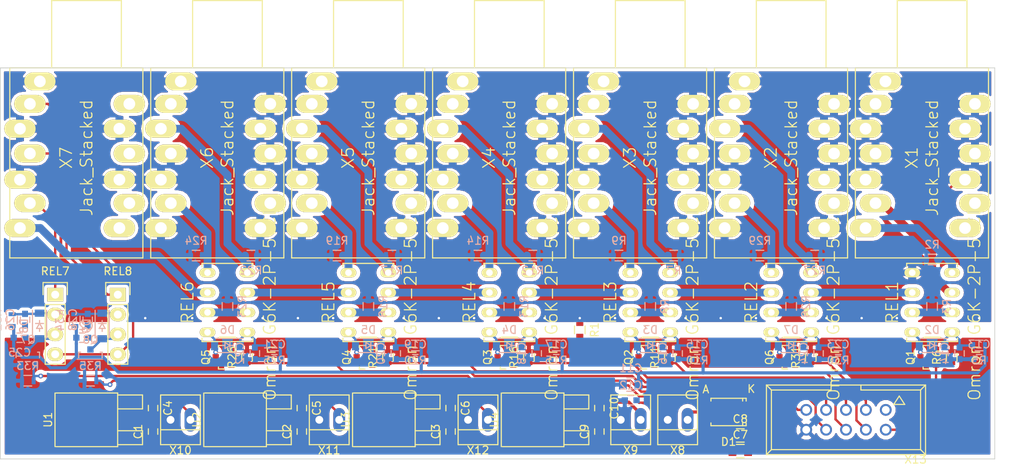
<source format=kicad_pcb>
(kicad_pcb (version 4) (host pcbnew "(2015-09-12 BZR 6188)-product")
  (layers (0 F.Cu signal) (31 B.Cu signal) (34 B.Paste user) (35 F.Paste user) (36 B.SilkS user hide) (37 F.SilkS user) (38 B.Mask user) (39 F.Mask user) (44 Edge.Cuts user))
  (net 0 "")
  (net 1 GND)
  (net 2 +12V)
  (net 3 "Net-(C4-Pad1)")
  (net 4 "Net-(C5-Pad1)")
  (net 5 "Net-(C6-Pad1)")
  (net 6 +9V)
  (net 7 GNDA)
  (net 8 /pwr_in)
  (net 9 /Tuner/relais_p)
  (net 10 "/Looper2/Single True Bypass/relais_p")
  (net 11 "/Looper3/Single True Bypass/relais_p")
  (net 12 "/Looper4/Single True Bypass/relais_p")
  (net 13 "/Looper5/Single True Bypass/relais_p")
  (net 14 "/Looper1/Single True Bypass/relais_p")
  (net 15 /Switch1/relais_p)
  (net 16 /Switch2/relais_p)
  (net 17 /Tuner/relais_n)
  (net 18 "/Looper2/Single True Bypass/relais_n")
  (net 19 "/Looper3/Single True Bypass/relais_n")
  (net 20 "/Looper4/Single True Bypass/relais_n")
  (net 21 "/Looper5/Single True Bypass/relais_n")
  (net 22 "/Looper1/Single True Bypass/relais_n")
  (net 23 /Switch1/relais_n)
  (net 24 /Switch2/relais_n)
  (net 25 /Tuner/Ctrl)
  (net 26 /Looper2/Ctrl)
  (net 27 /Looper3/Ctrl)
  (net 28 /Looper4/Ctrl)
  (net 29 /Looper5/Ctrl)
  (net 30 /Looper1/Ctrl)
  (net 31 /Switch1/Ctrl)
  (net 32 /Switch2/Ctrl)
  (net 33 /Tuner/FX_Send)
  (net 34 /Tuner/bypass)
  (net 35 "/Looper2/Single True Bypass/FX_Send")
  (net 36 "/Looper2/Single True Bypass/bypass")
  (net 37 "/Looper2/Single True Bypass/FX_Return")
  (net 38 "/Looper3/Single True Bypass/FX_Send")
  (net 39 "/Looper3/Single True Bypass/bypass")
  (net 40 "/Looper3/Single True Bypass/FX_Return")
  (net 41 "/Looper4/Single True Bypass/FX_Send")
  (net 42 "/Looper4/Single True Bypass/bypass")
  (net 43 "/Looper4/Single True Bypass/FX_Return")
  (net 44 "/Looper5/Single True Bypass/FX_Send")
  (net 45 "/Looper5/Single True Bypass/bypass")
  (net 46 "/Looper5/Single True Bypass/FX_Return")
  (net 47 "/Looper1/Single True Bypass/FX_Send")
  (net 48 "/Looper1/Single True Bypass/bypass")
  (net 49 "/Looper1/Single True Bypass/FX_Return")
  (net 50 /Looper1/Loop_In)
  (net 51 /Tuner/Loop_In)
  (net 52 /Looper3/Loop_In)
  (net 53 /Looper2/Loop_In)
  (net 54 /Looper4/Loop_In)
  (net 55 /Looper5/Loop_In)
  (net 56 /Looper5/Loop_Out)
  (net 57 /Switch1/A)
  (net 58 /Switch1/B)
  (net 59 /Switch2/A)
  (module TO_SOT_Packages_SMD:TO-252-2Lead (layer F.Cu) (at 113 124 90)
    (fp_text reference U2 (at 0 -10.414 90) (layer F.SilkS))
    (fp_text value MC7809CD)
    (pad 1 smd rect (at -2.286 0 90) (size 1.651 3.048) (layers F.Cu F.Paste F.Mask) (net 2 +12V))
    (pad 2 smd rect (at 0 -6.35 90) (size 6.096 6.096) (layers F.Cu F.Paste F.Mask) (net 1 GND))
    (pad 3 smd rect (at 2.286 0 90) (size 1.651 3.048) (layers F.Cu F.Paste F.Mask) (net 4 "Net-(C5-Pad1)"))
  )
  (module TO_SOT_Packages_SMD:TO-252-2Lead (layer F.Cu) (at 94 124 90)
    (fp_text reference U1 (at 0 -10.414 90) (layer F.SilkS))
    (fp_text value MC7809CD)
    (pad 1 smd rect (at -2.286 0 90) (size 1.651 3.048) (layers F.Cu F.Paste F.Mask) (net 2 +12V))
    (pad 2 smd rect (at 0 -6.35 90) (size 6.096 6.096) (layers F.Cu F.Paste F.Mask) (net 1 GND))
    (pad 3 smd rect (at 2.286 0 90) (size 1.651 3.048) (layers F.Cu F.Paste F.Mask) (net 3 "Net-(C4-Pad1)"))
  )
  (module TO_SOT_Packages_SMD:TO-252-2Lead (layer F.Cu) (at 151 124 90)
    (fp_text reference U4 (at 0 -10.414 90) (layer F.SilkS))
    (fp_text value MC7809CD)
    (pad 1 smd rect (at -2.286 0 90) (size 1.651 3.048) (layers F.Cu F.Paste F.Mask) (net 2 +12V))
    (pad 2 smd rect (at 0 -6.35 90) (size 6.096 6.096) (layers F.Cu F.Paste F.Mask) (net 1 GND))
    (pad 3 smd rect (at 2.286 0 90) (size 1.651 3.048) (layers F.Cu F.Paste F.Mask) (net 6 +9V))
  )
  (module TO_SOT_Packages_SMD:TO-252-2Lead (layer F.Cu) (at 132 124 90)
    (fp_text reference U3 (at 0 -10.414 90) (layer F.SilkS))
    (fp_text value MC7809CD)
    (pad 1 smd rect (at -2.286 0 90) (size 1.651 3.048) (layers F.Cu F.Paste F.Mask) (net 2 +12V))
    (pad 2 smd rect (at 0 -6.35 90) (size 6.096 6.096) (layers F.Cu F.Paste F.Mask) (net 1 GND))
    (pad 3 smd rect (at 2.286 0 90) (size 1.651 3.048) (layers F.Cu F.Paste F.Mask) (net 5 "Net-(C6-Pad1)"))
  )
  (module Socket_Strips:Socket_Strip_Straight_1x04 (layer F.Cu) (at 92.5 108 270)
    (fp_text reference REL8 (at -3 0 360) (layer F.SilkS))
    (fp_text value "Meder SIL05-1A72-71L")
    (pad 1 thru_hole rect (at 0 0 270) (size 1.7272 2.032) (drill 1.016) (layers *.Cu *.Mask F.SilkS) (net 59 /Switch2/A))
    (pad 2 thru_hole oval (at 2.54 0 270) (size 1.7272 2.032) (drill 1.016) (layers *.Cu *.Mask F.SilkS) (net 16 /Switch2/relais_p))
    (pad 3 thru_hole oval (at 5.08 0 270) (size 1.7272 2.032) (drill 1.016) (layers *.Cu *.Mask F.SilkS) (net 24 /Switch2/relais_n))
    (pad 4 thru_hole oval (at 7.62 0 270) (size 1.7272 2.032) (drill 1.016) (layers *.Cu *.Mask F.SilkS) (net 58 /Switch1/B))
  )
  (module uMIDI-switcher:Omron_G6K-2P (layer F.Cu) (at 124.5 109 90)
    (fp_text reference REL5 (at 0 -5.1 90) (layer F.SilkS) (effects (font (size 1.5 1.5))))
    (fp_text value "Omron G6K-2P-5VCD" (at 0 5.4 90) (layer F.SilkS) (effects (font (size 1.5 1.5))))
    (pad 8 thru_hole oval (at -3.81 -2.54 90) (size 1.2 2) (drill 0.85) (layers *.Cu *.Mask F.SilkS) (net 20 "/Looper4/Single True Bypass/relais_n"))
    (pad 7 thru_hole oval (at -1.27 -2.54 90) (size 1.2 2) (drill 0.85) (layers *.Cu *.Mask F.SilkS) (net 42 "/Looper4/Single True Bypass/bypass"))
    (pad 5 thru_hole oval (at 3.81 -2.54 90) (size 1.2 2) (drill 0.85) (layers *.Cu *.Mask F.SilkS) (net 43 "/Looper4/Single True Bypass/FX_Return"))
    (pad 6 thru_hole oval (at 1.27 -2.54 90) (size 1.2 2) (drill 0.85) (layers *.Cu *.Mask F.SilkS) (net 55 /Looper5/Loop_In))
    (pad 3 thru_hole oval (at 1.27 2.54 90) (size 1.2 2) (drill 0.85) (layers *.Cu *.Mask F.SilkS) (net 54 /Looper4/Loop_In))
    (pad 4 thru_hole oval (at 3.81 2.54 90) (size 1.2 2) (drill 0.85) (layers *.Cu *.Mask F.SilkS) (net 41 "/Looper4/Single True Bypass/FX_Send"))
    (pad 2 thru_hole oval (at -1.27 2.54 90) (size 1.2 2) (drill 0.85) (layers *.Cu *.Mask F.SilkS) (net 42 "/Looper4/Single True Bypass/bypass"))
    (pad 1 thru_hole oval (at -3.81 2.54 90) (size 1.2 2) (drill 0.85) (layers *.Cu *.Mask F.SilkS) (net 12 "/Looper4/Single True Bypass/relais_p"))
  )
  (module Socket_Strips:Socket_Strip_Straight_1x04 (layer F.Cu) (at 84.5 108 270)
    (fp_text reference REL7 (at -3 0 360) (layer F.SilkS))
    (fp_text value "Meder SIL05-1A72-71L")
    (pad 1 thru_hole rect (at 0 0 270) (size 1.7272 2.032) (drill 1.016) (layers *.Cu *.Mask F.SilkS) (net 57 /Switch1/A))
    (pad 2 thru_hole oval (at 2.54 0 270) (size 1.7272 2.032) (drill 1.016) (layers *.Cu *.Mask F.SilkS) (net 15 /Switch1/relais_p))
    (pad 3 thru_hole oval (at 5.08 0 270) (size 1.7272 2.032) (drill 1.016) (layers *.Cu *.Mask F.SilkS) (net 23 /Switch1/relais_n))
    (pad 4 thru_hole oval (at 7.62 0 270) (size 1.7272 2.032) (drill 1.016) (layers *.Cu *.Mask F.SilkS) (net 58 /Switch1/B))
  )
  (module Housings_SOT-23_SOT-143_TSOT-6:SOT-23 (layer B.Cu) (at 81 116 180)
    (fp_text reference Q7 (at 0 2.25 180) (layer B.SilkS) (effects (justify mirror)))
    (fp_text value BSS138)
    (pad 1 smd rect (at -0.95 -1.00076 180) (size 0.8001 0.8001) (layers B.Cu B.Paste B.Mask) (net 31 /Switch1/Ctrl))
    (pad 2 smd rect (at 0.95 -1.00076 180) (size 0.8001 0.8001) (layers B.Cu B.Paste B.Mask) (net 1 GND))
    (pad 3 smd rect (at 0 0.99822 180) (size 0.8001 0.8001) (layers B.Cu B.Paste B.Mask) (net 23 /Switch1/relais_n))
  )
  (module Capacitors_SMD:C_0603 (layer B.Cu) (at 182 115.5 270)
    (fp_text reference C24 (at 0 1.9 270) (layer B.SilkS) (effects (justify mirror)))
    (fp_text value 100n)
    (pad 1 smd rect (at -0.75 0 270) (size 0.8 0.75) (layers B.Cu B.Paste B.Mask) (net 14 "/Looper1/Single True Bypass/relais_p"))
    (pad 2 smd rect (at 0.75 0 270) (size 0.8 0.75) (layers B.Cu B.Paste B.Mask) (net 1 GND))
  )
  (module Diodes_SMD:SOD-123 (layer B.Cu) (at 82.5 112 270)
    (fp_text reference D8 (at 0 2 270) (layer B.SilkS) (effects (justify mirror)))
    (fp_text value 1N4148)
    (pad 1 smd rect (at -1.635 0 270) (size 0.91 1.22) (layers B.Cu B.Paste B.Mask) (net 15 /Switch1/relais_p))
    (pad 2 smd rect (at 1.635 0 270) (size 0.91 1.22) (layers B.Cu B.Paste B.Mask) (net 23 /Switch1/relais_n))
  )
  (module Capacitors_SMD:C_0603 (layer F.Cu) (at 116 125.5 90)
    (fp_text reference C2 (at 0 -1.9 90) (layer F.SilkS))
    (fp_text value 100n)
    (pad 1 smd rect (at -0.75 0 90) (size 0.8 0.75) (layers F.Cu F.Paste F.Mask) (net 2 +12V))
    (pad 2 smd rect (at 0.75 0 90) (size 0.8 0.75) (layers F.Cu F.Paste F.Mask) (net 1 GND))
  )
  (module Capacitors_SMD:C_0603 (layer F.Cu) (at 97 122.5 270)
    (fp_text reference C4 (at 0 -1.9 270) (layer F.SilkS))
    (fp_text value 100n)
    (pad 1 smd rect (at -0.75 0 270) (size 0.8 0.75) (layers F.Cu F.Paste F.Mask) (net 3 "Net-(C4-Pad1)"))
    (pad 2 smd rect (at 0.75 0 270) (size 0.8 0.75) (layers F.Cu F.Paste F.Mask) (net 1 GND))
  )
  (module Capacitors_SMD:C_0603 (layer F.Cu) (at 97 125.5 90)
    (fp_text reference C1 (at 0 -1.9 90) (layer F.SilkS))
    (fp_text value 100n)
    (pad 1 smd rect (at -0.75 0 90) (size 0.8 0.75) (layers F.Cu F.Paste F.Mask) (net 2 +12V))
    (pad 2 smd rect (at 0.75 0 90) (size 0.8 0.75) (layers F.Cu F.Paste F.Mask) (net 1 GND))
  )
  (module Capacitors_SMD:C_0603 (layer B.Cu) (at 87.95 113.5)
    (fp_text reference C27 (at 0 -1.5) (layer B.SilkS) (effects (justify mirror)))
    (fp_text value 100n)
    (pad 1 smd rect (at -0.75 0) (size 0.8 0.75) (layers B.Cu B.Paste B.Mask) (net 6 +9V))
    (pad 2 smd rect (at 0.75 0) (size 0.8 0.75) (layers B.Cu B.Paste B.Mask) (net 1 GND))
  )
  (module Capacitors_SMD:C_0603 (layer B.Cu) (at 88.65 111.2 270)
    (fp_text reference C28 (at 0 1.9 270) (layer B.SilkS) (effects (justify mirror)))
    (fp_text value 100n)
    (pad 1 smd rect (at -0.75 0 270) (size 0.8 0.75) (layers B.Cu B.Paste B.Mask) (net 16 /Switch2/relais_p))
    (pad 2 smd rect (at 0.75 0 270) (size 0.8 0.75) (layers B.Cu B.Paste B.Mask) (net 1 GND))
  )
  (module Capacitors_SMD:C_0603 (layer F.Cu) (at 154 125.5 90)
    (fp_text reference C9 (at 0 -1.9 90) (layer F.SilkS))
    (fp_text value 100n)
    (pad 1 smd rect (at -0.75 0 90) (size 0.8 0.75) (layers F.Cu F.Paste F.Mask) (net 2 +12V))
    (pad 2 smd rect (at 0.75 0 90) (size 0.8 0.75) (layers F.Cu F.Paste F.Mask) (net 1 GND))
  )
  (module Housings_SOT-23_SOT-143_TSOT-6:SOT-23 (layer F.Cu) (at 106 116 90)
    (fp_text reference Q5 (at 0 -2.25 90) (layer F.SilkS))
    (fp_text value BSS138)
    (pad 1 smd rect (at -0.95 1.00076 90) (size 0.8001 0.8001) (layers F.Cu F.Paste F.Mask) (net 29 /Looper5/Ctrl))
    (pad 2 smd rect (at 0.95 1.00076 90) (size 0.8001 0.8001) (layers F.Cu F.Paste F.Mask) (net 1 GND))
    (pad 3 smd rect (at 0 -0.99822 90) (size 0.8001 0.8001) (layers F.Cu F.Paste F.Mask) (net 21 "/Looper5/Single True Bypass/relais_n"))
  )
  (module Resistors_SMD:R_0603 (layer B.Cu) (at 87 111.25 270)
    (fp_text reference R34 (at 0 1.9 270) (layer B.SilkS) (effects (justify mirror)))
    (fp_text value 180)
    (pad 1 smd rect (at -0.75 0 270) (size 0.5 0.9) (layers B.Cu B.Paste B.Mask) (net 16 /Switch2/relais_p))
    (pad 2 smd rect (at 0.75 0 270) (size 0.5 0.9) (layers B.Cu B.Paste B.Mask) (net 6 +9V))
  )
  (module Diodes_SMD:SOD-123 (layer B.Cu) (at 106.5 114.5 180)
    (fp_text reference D6 (at 0 2 180) (layer B.SilkS) (effects (justify mirror)))
    (fp_text value 1N4148)
    (pad 1 smd rect (at -1.635 0 180) (size 0.91 1.22) (layers B.Cu B.Paste B.Mask) (net 13 "/Looper5/Single True Bypass/relais_p"))
    (pad 2 smd rect (at 1.635 0 180) (size 0.91 1.22) (layers B.Cu B.Paste B.Mask) (net 21 "/Looper5/Single True Bypass/relais_n"))
  )
  (module Capacitors_SMD:C_0603 (layer B.Cu) (at 80.65 111.2 270)
    (fp_text reference C26 (at 0 1.9 270) (layer B.SilkS) (effects (justify mirror)))
    (fp_text value 100n)
    (pad 1 smd rect (at -0.75 0 270) (size 0.8 0.75) (layers B.Cu B.Paste B.Mask) (net 15 /Switch1/relais_p))
    (pad 2 smd rect (at 0.75 0 270) (size 0.8 0.75) (layers B.Cu B.Paste B.Mask) (net 1 GND))
  )
  (module Housings_SOT-23_SOT-143_TSOT-6:SOT-23 (layer B.Cu) (at 89 116 180)
    (fp_text reference Q8 (at 0 2.25 180) (layer B.SilkS) (effects (justify mirror)))
    (fp_text value BSS138)
    (pad 1 smd rect (at -0.95 -1.00076 180) (size 0.8001 0.8001) (layers B.Cu B.Paste B.Mask) (net 32 /Switch2/Ctrl))
    (pad 2 smd rect (at 0.95 -1.00076 180) (size 0.8001 0.8001) (layers B.Cu B.Paste B.Mask) (net 1 GND))
    (pad 3 smd rect (at 0 0.99822 180) (size 0.8001 0.8001) (layers B.Cu B.Paste B.Mask) (net 24 /Switch2/relais_n))
  )
  (module Diodes_SMD:SOD-123 (layer B.Cu) (at 90.5 112 270)
    (fp_text reference D9 (at 0 2 270) (layer B.SilkS) (effects (justify mirror)))
    (fp_text value 1N4148)
    (pad 1 smd rect (at -1.635 0 270) (size 0.91 1.22) (layers B.Cu B.Paste B.Mask) (net 16 /Switch2/relais_p))
    (pad 2 smd rect (at 1.635 0 270) (size 0.91 1.22) (layers B.Cu B.Paste B.Mask) (net 24 /Switch2/relais_n))
  )
  (module Capacitors_SMD:C_0603 (layer B.Cu) (at 79.95 113.5)
    (fp_text reference C25 (at 0 1.9) (layer B.SilkS) (effects (justify mirror)))
    (fp_text value 100n)
    (pad 1 smd rect (at -0.75 0) (size 0.8 0.75) (layers B.Cu B.Paste B.Mask) (net 6 +9V))
    (pad 2 smd rect (at 0.75 0) (size 0.8 0.75) (layers B.Cu B.Paste B.Mask) (net 1 GND))
  )
  (module Capacitors_SMD:C_0603 (layer F.Cu) (at 135 122.5 270)
    (fp_text reference C6 (at 0 -1.9 270) (layer F.SilkS))
    (fp_text value 100n)
    (pad 1 smd rect (at -0.75 0 270) (size 0.8 0.75) (layers F.Cu F.Paste F.Mask) (net 5 "Net-(C6-Pad1)"))
    (pad 2 smd rect (at 0.75 0 270) (size 0.8 0.75) (layers F.Cu F.Paste F.Mask) (net 1 GND))
  )
  (module Capacitors_SMD:C_0603 (layer F.Cu) (at 116 122.5 270)
    (fp_text reference C5 (at 0 -1.9 270) (layer F.SilkS))
    (fp_text value 100n)
    (pad 1 smd rect (at -0.75 0 270) (size 0.8 0.75) (layers F.Cu F.Paste F.Mask) (net 4 "Net-(C5-Pad1)"))
    (pad 2 smd rect (at 0.75 0 270) (size 0.8 0.75) (layers F.Cu F.Paste F.Mask) (net 1 GND))
  )
  (module Capacitors_SMD:C_0603 (layer F.Cu) (at 135 125.5 90)
    (fp_text reference C3 (at 0 -1.9 90) (layer F.SilkS))
    (fp_text value 100n)
    (pad 1 smd rect (at -0.75 0 90) (size 0.8 0.75) (layers F.Cu F.Paste F.Mask) (net 2 +12V))
    (pad 2 smd rect (at 0.75 0 90) (size 0.8 0.75) (layers F.Cu F.Paste F.Mask) (net 1 GND))
  )
  (module Diodes_SMD:SMA_Standard (layer F.Cu) (at 170.5 123 180)
    (fp_text reference D1 (at 0 -3.81 180) (layer F.SilkS))
    (fp_text value B160)
    (fp_text user K (at -2.9 2.95 180) (layer F.SilkS))
    (fp_text user A (at 2.9 2.9 180) (layer F.SilkS))
    (pad 1 smd rect (at -1.99898 0 180) (size 2.49936 1.80086) (layers F.Cu F.Paste F.Mask) (net 2 +12V))
    (pad 2 smd rect (at 1.99898 0 180) (size 2.49936 1.80086) (layers F.Cu F.Paste F.Mask) (net 8 /pwr_in))
  )
  (module Diodes_SMD:SOD-123 (layer B.Cu) (at 160.5 114.5 180)
    (fp_text reference D3 (at 0 2 180) (layer B.SilkS) (effects (justify mirror)))
    (fp_text value 1N4148)
    (pad 1 smd rect (at -1.635 0 180) (size 0.91 1.22) (layers B.Cu B.Paste B.Mask) (net 10 "/Looper2/Single True Bypass/relais_p"))
    (pad 2 smd rect (at 1.635 0 180) (size 0.91 1.22) (layers B.Cu B.Paste B.Mask) (net 18 "/Looper2/Single True Bypass/relais_n"))
  )
  (module Capacitors_SMD:C_0603 (layer B.Cu) (at 158 121.5 180)
    (fp_text reference C12 (at 0 1.9 180) (layer B.SilkS) (effects (justify mirror)))
    (fp_text value 100n)
    (pad 1 smd rect (at -0.75 0 180) (size 0.8 0.75) (layers B.Cu B.Paste B.Mask) (net 6 +9V))
    (pad 2 smd rect (at 0.75 0 180) (size 0.8 0.75) (layers B.Cu B.Paste B.Mask) (net 1 GND))
  )
  (module Capacitors_SMD:C_0603 (layer B.Cu) (at 202.5 116.25 180)
    (fp_text reference C13 (at 0 1.9 180) (layer B.SilkS) (effects (justify mirror)))
    (fp_text value 100n)
    (pad 1 smd rect (at -0.75 0 180) (size 0.8 0.75) (layers B.Cu B.Paste B.Mask) (net 6 +9V))
    (pad 2 smd rect (at 0.75 0 180) (size 0.8 0.75) (layers B.Cu B.Paste B.Mask) (net 1 GND))
  )
  (module Capacitors_SMD:C_0603 (layer B.Cu) (at 200 115.5 270)
    (fp_text reference C14 (at 0 1.9 270) (layer B.SilkS) (effects (justify mirror)))
    (fp_text value 100n)
    (pad 1 smd rect (at -0.75 0 270) (size 0.8 0.75) (layers B.Cu B.Paste B.Mask) (net 9 /Tuner/relais_p))
    (pad 2 smd rect (at 0.75 0 270) (size 0.8 0.75) (layers B.Cu B.Paste B.Mask) (net 1 GND))
  )
  (module Capacitors_SMD:C_0603 (layer B.Cu) (at 166.5 116.25 180)
    (fp_text reference C15 (at 0 1.9 180) (layer B.SilkS) (effects (justify mirror)))
    (fp_text value 100n)
    (pad 1 smd rect (at -0.75 0 180) (size 0.8 0.75) (layers B.Cu B.Paste B.Mask) (net 6 +9V))
    (pad 2 smd rect (at 0.75 0 180) (size 0.8 0.75) (layers B.Cu B.Paste B.Mask) (net 1 GND))
  )
  (module Capacitors_SMD:C_0603 (layer B.Cu) (at 164 115.5 270)
    (fp_text reference C16 (at 0 1.9 270) (layer B.SilkS) (effects (justify mirror)))
    (fp_text value 100n)
    (pad 1 smd rect (at -0.75 0 270) (size 0.8 0.75) (layers B.Cu B.Paste B.Mask) (net 10 "/Looper2/Single True Bypass/relais_p"))
    (pad 2 smd rect (at 0.75 0 270) (size 0.8 0.75) (layers B.Cu B.Paste B.Mask) (net 1 GND))
  )
  (module Capacitors_SMD:C_0603 (layer B.Cu) (at 148.5 116.25 180)
    (fp_text reference C17 (at 0 1.9 180) (layer B.SilkS) (effects (justify mirror)))
    (fp_text value 100n)
    (pad 1 smd rect (at -0.75 0 180) (size 0.8 0.75) (layers B.Cu B.Paste B.Mask) (net 6 +9V))
    (pad 2 smd rect (at 0.75 0 180) (size 0.8 0.75) (layers B.Cu B.Paste B.Mask) (net 1 GND))
  )
  (module Capacitors_SMD:C_0603 (layer B.Cu) (at 146 115.5 270)
    (fp_text reference C18 (at 0 1.9 270) (layer B.SilkS) (effects (justify mirror)))
    (fp_text value 100n)
    (pad 1 smd rect (at -0.75 0 270) (size 0.8 0.75) (layers B.Cu B.Paste B.Mask) (net 11 "/Looper3/Single True Bypass/relais_p"))
    (pad 2 smd rect (at 0.75 0 270) (size 0.8 0.75) (layers B.Cu B.Paste B.Mask) (net 1 GND))
  )
  (module Capacitors_SMD:C_0603 (layer B.Cu) (at 130.5 116.25 180)
    (fp_text reference C19 (at 0 1.9 180) (layer B.SilkS) (effects (justify mirror)))
    (fp_text value 100n)
    (pad 1 smd rect (at -0.75 0 180) (size 0.8 0.75) (layers B.Cu B.Paste B.Mask) (net 6 +9V))
    (pad 2 smd rect (at 0.75 0 180) (size 0.8 0.75) (layers B.Cu B.Paste B.Mask) (net 1 GND))
  )
  (module Capacitors_SMD:C_0603 (layer B.Cu) (at 128 115.5 270)
    (fp_text reference C20 (at 0 1.9 270) (layer B.SilkS) (effects (justify mirror)))
    (fp_text value 100n)
    (pad 1 smd rect (at -0.75 0 270) (size 0.8 0.75) (layers B.Cu B.Paste B.Mask) (net 12 "/Looper4/Single True Bypass/relais_p"))
    (pad 2 smd rect (at 0.75 0 270) (size 0.8 0.75) (layers B.Cu B.Paste B.Mask) (net 1 GND))
  )
  (module Capacitors_SMD:C_0603 (layer B.Cu) (at 112.5 116.25 180)
    (fp_text reference C21 (at 0 1.9 180) (layer B.SilkS) (effects (justify mirror)))
    (fp_text value 100n)
    (pad 1 smd rect (at -0.75 0 180) (size 0.8 0.75) (layers B.Cu B.Paste B.Mask) (net 6 +9V))
    (pad 2 smd rect (at 0.75 0 180) (size 0.8 0.75) (layers B.Cu B.Paste B.Mask) (net 1 GND))
  )
  (module Capacitors_SMD:C_0603 (layer B.Cu) (at 110 115.5 270)
    (fp_text reference C22 (at 0 1.9 270) (layer B.SilkS) (effects (justify mirror)))
    (fp_text value 100n)
    (pad 1 smd rect (at -0.75 0 270) (size 0.8 0.75) (layers B.Cu B.Paste B.Mask) (net 13 "/Looper5/Single True Bypass/relais_p"))
    (pad 2 smd rect (at 0.75 0 270) (size 0.8 0.75) (layers B.Cu B.Paste B.Mask) (net 1 GND))
  )
  (module Capacitors_SMD:C_0603 (layer B.Cu) (at 184.5 116.25 180)
    (fp_text reference C23 (at 0 1.9 180) (layer B.SilkS) (effects (justify mirror)))
    (fp_text value 100n)
    (pad 1 smd rect (at -0.75 0 180) (size 0.8 0.75) (layers B.Cu B.Paste B.Mask) (net 6 +9V))
    (pad 2 smd rect (at 0.75 0 180) (size 0.8 0.75) (layers B.Cu B.Paste B.Mask) (net 1 GND))
  )
  (module Housings_SOT-23_SOT-143_TSOT-6:SOT-23 (layer F.Cu) (at 196 116 90)
    (fp_text reference Q1 (at 0 -2.25 90) (layer F.SilkS))
    (fp_text value BSS138)
    (pad 1 smd rect (at -0.95 1.00076 90) (size 0.8001 0.8001) (layers F.Cu F.Paste F.Mask) (net 25 /Tuner/Ctrl))
    (pad 2 smd rect (at 0.95 1.00076 90) (size 0.8001 0.8001) (layers F.Cu F.Paste F.Mask) (net 1 GND))
    (pad 3 smd rect (at 0 -0.99822 90) (size 0.8001 0.8001) (layers F.Cu F.Paste F.Mask) (net 17 /Tuner/relais_n))
  )
  (module Housings_SOT-23_SOT-143_TSOT-6:SOT-23 (layer F.Cu) (at 160 116 90)
    (fp_text reference Q2 (at 0 -2.25 90) (layer F.SilkS))
    (fp_text value BSS138)
    (pad 1 smd rect (at -0.95 1.00076 90) (size 0.8001 0.8001) (layers F.Cu F.Paste F.Mask) (net 26 /Looper2/Ctrl))
    (pad 2 smd rect (at 0.95 1.00076 90) (size 0.8001 0.8001) (layers F.Cu F.Paste F.Mask) (net 1 GND))
    (pad 3 smd rect (at 0 -0.99822 90) (size 0.8001 0.8001) (layers F.Cu F.Paste F.Mask) (net 18 "/Looper2/Single True Bypass/relais_n"))
  )
  (module Housings_SOT-23_SOT-143_TSOT-6:SOT-23 (layer F.Cu) (at 142 116 90)
    (fp_text reference Q3 (at 0 -2.25 90) (layer F.SilkS))
    (fp_text value BSS138)
    (pad 1 smd rect (at -0.95 1.00076 90) (size 0.8001 0.8001) (layers F.Cu F.Paste F.Mask) (net 27 /Looper3/Ctrl))
    (pad 2 smd rect (at 0.95 1.00076 90) (size 0.8001 0.8001) (layers F.Cu F.Paste F.Mask) (net 1 GND))
    (pad 3 smd rect (at 0 -0.99822 90) (size 0.8001 0.8001) (layers F.Cu F.Paste F.Mask) (net 19 "/Looper3/Single True Bypass/relais_n"))
  )
  (module Housings_SOT-23_SOT-143_TSOT-6:SOT-23 (layer F.Cu) (at 124 116 90)
    (fp_text reference Q4 (at 0 -2.25 90) (layer F.SilkS))
    (fp_text value BSS138)
    (pad 1 smd rect (at -0.95 1.00076 90) (size 0.8001 0.8001) (layers F.Cu F.Paste F.Mask) (net 28 /Looper4/Ctrl))
    (pad 2 smd rect (at 0.95 1.00076 90) (size 0.8001 0.8001) (layers F.Cu F.Paste F.Mask) (net 1 GND))
    (pad 3 smd rect (at 0 -0.99822 90) (size 0.8001 0.8001) (layers F.Cu F.Paste F.Mask) (net 20 "/Looper4/Single True Bypass/relais_n"))
  )
  (module Housings_SOT-23_SOT-143_TSOT-6:SOT-23 (layer F.Cu) (at 178 116 90)
    (fp_text reference Q6 (at 0 -2.25 90) (layer F.SilkS))
    (fp_text value BSS138)
    (pad 1 smd rect (at -0.95 1.00076 90) (size 0.8001 0.8001) (layers F.Cu F.Paste F.Mask) (net 30 /Looper1/Ctrl))
    (pad 2 smd rect (at 0.95 1.00076 90) (size 0.8001 0.8001) (layers F.Cu F.Paste F.Mask) (net 1 GND))
    (pad 3 smd rect (at 0 -0.99822 90) (size 0.8001 0.8001) (layers F.Cu F.Paste F.Mask) (net 22 "/Looper1/Single True Bypass/relais_n"))
  )
  (module Resistors_SMD:R_0603 (layer B.Cu) (at 166.5 114.5)
    (fp_text reference R10 (at 0 1.9) (layer B.SilkS) (effects (justify mirror)))
    (fp_text value 180)
    (pad 1 smd rect (at -0.75 0) (size 0.5 0.9) (layers B.Cu B.Paste B.Mask) (net 10 "/Looper2/Single True Bypass/relais_p"))
    (pad 2 smd rect (at 0.75 0) (size 0.5 0.9) (layers B.Cu B.Paste B.Mask) (net 6 +9V))
  )
  (module Resistors_SMD:R_0603 (layer B.Cu) (at 145.5 103)
    (fp_text reference R12 (at 0 1.9) (layer B.SilkS) (effects (justify mirror)))
    (fp_text value 100M)
    (pad 1 smd rect (at -0.75 0) (size 0.5 0.9) (layers B.Cu B.Paste B.Mask) (net 38 "/Looper3/Single True Bypass/FX_Send"))
    (pad 2 smd rect (at 0.75 0) (size 0.5 0.9) (layers B.Cu B.Paste B.Mask) (net 7 GNDA))
  )
  (module Resistors_SMD:R_0603 (layer B.Cu) (at 138.5 103 180)
    (fp_text reference R14 (at 0 1.9 180) (layer B.SilkS) (effects (justify mirror)))
    (fp_text value 100M)
    (pad 1 smd rect (at -0.75 0 180) (size 0.5 0.9) (layers B.Cu B.Paste B.Mask) (net 40 "/Looper3/Single True Bypass/FX_Return"))
    (pad 2 smd rect (at 0.75 0 180) (size 0.5 0.9) (layers B.Cu B.Paste B.Mask) (net 7 GNDA))
  )
  (module Resistors_SMD:R_0603 (layer B.Cu) (at 148.5 114.5)
    (fp_text reference R15 (at 0 1.9) (layer B.SilkS) (effects (justify mirror)))
    (fp_text value 180)
    (pad 1 smd rect (at -0.75 0) (size 0.5 0.9) (layers B.Cu B.Paste B.Mask) (net 11 "/Looper3/Single True Bypass/relais_p"))
    (pad 2 smd rect (at 0.75 0) (size 0.5 0.9) (layers B.Cu B.Paste B.Mask) (net 6 +9V))
  )
  (module Resistors_SMD:R_0603 (layer F.Cu) (at 145 116 90)
    (fp_text reference R16 (at 0 -1.9 90) (layer F.SilkS))
    (fp_text value 10k)
    (pad 1 smd rect (at -0.75 0 90) (size 0.5 0.9) (layers F.Cu F.Paste F.Mask) (net 27 /Looper3/Ctrl))
    (pad 2 smd rect (at 0.75 0 90) (size 0.5 0.9) (layers F.Cu F.Paste F.Mask) (net 1 GND))
  )
  (module Resistors_SMD:R_0603 (layer B.Cu) (at 124.5 109.5 90)
    (fp_text reference R18 (at 0 1.9 90) (layer B.SilkS) (effects (justify mirror)))
    (fp_text value 100M)
    (pad 1 smd rect (at -0.75 0 90) (size 0.5 0.9) (layers B.Cu B.Paste B.Mask) (net 42 "/Looper4/Single True Bypass/bypass"))
    (pad 2 smd rect (at 0.75 0 90) (size 0.5 0.9) (layers B.Cu B.Paste B.Mask) (net 7 GNDA))
  )
  (module Resistors_SMD:R_0603 (layer B.Cu) (at 120.5 103 180)
    (fp_text reference R19 (at 0 1.9 180) (layer B.SilkS) (effects (justify mirror)))
    (fp_text value 100M)
    (pad 1 smd rect (at -0.75 0 180) (size 0.5 0.9) (layers B.Cu B.Paste B.Mask) (net 43 "/Looper4/Single True Bypass/FX_Return"))
    (pad 2 smd rect (at 0.75 0 180) (size 0.5 0.9) (layers B.Cu B.Paste B.Mask) (net 7 GNDA))
  )
  (module Resistors_SMD:R_0603 (layer B.Cu) (at 130.5 114.5)
    (fp_text reference R20 (at 0 1.9) (layer B.SilkS) (effects (justify mirror)))
    (fp_text value 180)
    (pad 1 smd rect (at -0.75 0) (size 0.5 0.9) (layers B.Cu B.Paste B.Mask) (net 12 "/Looper4/Single True Bypass/relais_p"))
    (pad 2 smd rect (at 0.75 0) (size 0.5 0.9) (layers B.Cu B.Paste B.Mask) (net 6 +9V))
  )
  (module Resistors_SMD:R_0603 (layer F.Cu) (at 127 116 90)
    (fp_text reference R21 (at 0 -1.9 90) (layer F.SilkS))
    (fp_text value 10k)
    (pad 1 smd rect (at -0.75 0 90) (size 0.5 0.9) (layers F.Cu F.Paste F.Mask) (net 28 /Looper4/Ctrl))
    (pad 2 smd rect (at 0.75 0 90) (size 0.5 0.9) (layers F.Cu F.Paste F.Mask) (net 1 GND))
  )
  (module Resistors_SMD:R_0603 (layer B.Cu) (at 109.5 103)
    (fp_text reference R22 (at 0 1.9) (layer B.SilkS) (effects (justify mirror)))
    (fp_text value 100M)
    (pad 1 smd rect (at -0.75 0) (size 0.5 0.9) (layers B.Cu B.Paste B.Mask) (net 44 "/Looper5/Single True Bypass/FX_Send"))
    (pad 2 smd rect (at 0.75 0) (size 0.5 0.9) (layers B.Cu B.Paste B.Mask) (net 7 GNDA))
  )
  (module Resistors_SMD:R_0603 (layer B.Cu) (at 102.5 103 180)
    (fp_text reference R24 (at 0 1.9 180) (layer B.SilkS) (effects (justify mirror)))
    (fp_text value 100M)
    (pad 1 smd rect (at -0.75 0 180) (size 0.5 0.9) (layers B.Cu B.Paste B.Mask) (net 46 "/Looper5/Single True Bypass/FX_Return"))
    (pad 2 smd rect (at 0.75 0 180) (size 0.5 0.9) (layers B.Cu B.Paste B.Mask) (net 7 GNDA))
  )
  (module Resistors_SMD:R_0603 (layer B.Cu) (at 112.5 114.5)
    (fp_text reference R25 (at 0 1.9) (layer B.SilkS) (effects (justify mirror)))
    (fp_text value 180)
    (pad 1 smd rect (at -0.75 0) (size 0.5 0.9) (layers B.Cu B.Paste B.Mask) (net 13 "/Looper5/Single True Bypass/relais_p"))
    (pad 2 smd rect (at 0.75 0) (size 0.5 0.9) (layers B.Cu B.Paste B.Mask) (net 6 +9V))
  )
  (module Resistors_SMD:R_0603 (layer F.Cu) (at 109 116 90)
    (fp_text reference R26 (at 0 -1.9 90) (layer F.SilkS))
    (fp_text value 10k)
    (pad 1 smd rect (at -0.75 0 90) (size 0.5 0.9) (layers F.Cu F.Paste F.Mask) (net 29 /Looper5/Ctrl))
    (pad 2 smd rect (at 0.75 0 90) (size 0.5 0.9) (layers F.Cu F.Paste F.Mask) (net 1 GND))
  )
  (module Resistors_SMD:R_0603 (layer B.Cu) (at 181.5 103)
    (fp_text reference R27 (at 0 1.9) (layer B.SilkS) (effects (justify mirror)))
    (fp_text value 100M)
    (pad 1 smd rect (at -0.75 0) (size 0.5 0.9) (layers B.Cu B.Paste B.Mask) (net 47 "/Looper1/Single True Bypass/FX_Send"))
    (pad 2 smd rect (at 0.75 0) (size 0.5 0.9) (layers B.Cu B.Paste B.Mask) (net 7 GNDA))
  )
  (module Resistors_SMD:R_0603 (layer B.Cu) (at 178.5 109.5 90)
    (fp_text reference R28 (at 0 1.9 90) (layer B.SilkS) (effects (justify mirror)))
    (fp_text value 100M)
    (pad 1 smd rect (at -0.75 0 90) (size 0.5 0.9) (layers B.Cu B.Paste B.Mask) (net 48 "/Looper1/Single True Bypass/bypass"))
    (pad 2 smd rect (at 0.75 0 90) (size 0.5 0.9) (layers B.Cu B.Paste B.Mask) (net 7 GNDA))
  )
  (module Resistors_SMD:R_0603 (layer B.Cu) (at 184.5 114.5)
    (fp_text reference R30 (at 0 1.9) (layer B.SilkS) (effects (justify mirror)))
    (fp_text value 180)
    (pad 1 smd rect (at -0.75 0) (size 0.5 0.9) (layers B.Cu B.Paste B.Mask) (net 14 "/Looper1/Single True Bypass/relais_p"))
    (pad 2 smd rect (at 0.75 0) (size 0.5 0.9) (layers B.Cu B.Paste B.Mask) (net 6 +9V))
  )
  (module Resistors_SMD:R_0603 (layer F.Cu) (at 181 116 90)
    (fp_text reference R31 (at 0 -1.9 90) (layer F.SilkS))
    (fp_text value 10k)
    (pad 1 smd rect (at -0.75 0 90) (size 0.5 0.9) (layers F.Cu F.Paste F.Mask) (net 30 /Looper1/Ctrl))
    (pad 2 smd rect (at 0.75 0 90) (size 0.5 0.9) (layers F.Cu F.Paste F.Mask) (net 1 GND))
  )
  (module Resistors_SMD:R_0603 (layer B.Cu) (at 79 111.25 270)
    (fp_text reference R32 (at 0 1.9 270) (layer B.SilkS) (effects (justify mirror)))
    (fp_text value 180)
    (pad 1 smd rect (at -0.75 0 270) (size 0.5 0.9) (layers B.Cu B.Paste B.Mask) (net 15 /Switch1/relais_p))
    (pad 2 smd rect (at 0.75 0 270) (size 0.5 0.9) (layers B.Cu B.Paste B.Mask) (net 6 +9V))
  )
  (module Resistors_SMD:R_0603 (layer B.Cu) (at 81 119 180)
    (fp_text reference R33 (at 0 1.9 180) (layer B.SilkS) (effects (justify mirror)))
    (fp_text value 10k)
    (pad 1 smd rect (at -0.75 0 180) (size 0.5 0.9) (layers B.Cu B.Paste B.Mask) (net 31 /Switch1/Ctrl))
    (pad 2 smd rect (at 0.75 0 180) (size 0.5 0.9) (layers B.Cu B.Paste B.Mask) (net 1 GND))
  )
  (module uMIDI-switcher:NSJ12HF-1 (layer F.Cu) (at 124.5 79 90)
    (fp_text reference X5 (at -11.5 -2.6 90) (layer F.SilkS) (effects (font (size 1.5 1.5))))
    (fp_text value Jack_Stacked (at -11.5 0 90) (layer F.SilkS) (effects (font (size 1.5 1.5))))
    (pad 8 thru_hole oval (at -20.48 4.2 90) (size 2.3 4) (drill 1.5) (layers *.Cu *.Mask F.SilkS) (net 7 GNDA))
    (pad 9 thru_hole oval (at -17.3 5.47 90) (size 2.3 4) (drill 1.5) (layers *.Cu *.Mask F.SilkS))
    (pad 10 thru_hole oval (at -14.3 4.2 90) (size 2.3 4) (drill 1.5) (layers *.Cu *.Mask F.SilkS) (net 7 GNDA))
    (pad 11 thru_hole oval (at -10.95 5.47 90) (size 2.3 4) (drill 1.5) (layers *.Cu *.Mask F.SilkS) (net 7 GNDA))
    (pad 13 thru_hole oval (at -4.606 5.47 90) (size 2.3 4) (drill 1.5) (layers *.Cu *.Mask F.SilkS) (net 7 GNDA))
    (pad 12 thru_hole oval (at -7.78 4.2 90) (size 2.3 4) (drill 1.5) (layers *.Cu *.Mask F.SilkS) (net 7 GNDA))
    (pad 6 thru_hole oval (at -17.3 -7.23 90) (size 2.3 4) (drill 1.5) (layers *.Cu *.Mask F.SilkS) (net 43 "/Looper4/Single True Bypass/FX_Return"))
    (pad 5 thru_hole oval (at -14.3 -8.5 90) (size 2.3 4) (drill 1.5) (layers *.Cu *.Mask F.SilkS) (net 7 GNDA))
    (pad 3 thru_hole oval (at -7.78 -8.5 90) (size 2.3 4) (drill 1.5) (layers *.Cu *.Mask F.SilkS) (net 41 "/Looper4/Single True Bypass/FX_Send"))
    (pad 7 thru_hole oval (at -20.48 -8.5 90) (size 2.3 4) (drill 1.5) (layers *.Cu *.Mask F.SilkS) (net 7 GNDA))
    (pad 4 thru_hole oval (at -10.95 -7.23 90) (size 2.3 4) (drill 1.5) (layers *.Cu *.Mask F.SilkS) (net 7 GNDA))
    (pad 2 thru_hole oval (at -4.606 -7.23 90) (size 2.3 4) (drill 1.5) (layers *.Cu *.Mask F.SilkS) (net 7 GNDA))
    (pad 1 thru_hole oval (at -1.73 -5.96 90) (size 2.3 4) (drill 1.5) (layers *.Cu *.Mask F.SilkS) (net 7 GNDA))
  )
  (module uMIDI-switcher:Omron_G6K-2P (layer F.Cu) (at 196.5 109 90)
    (fp_text reference REL1 (at 0 -5.1 90) (layer F.SilkS) (effects (font (size 1.5 1.5))))
    (fp_text value "Omron G6K-2P-5VCD" (at 0 5.4 90) (layer F.SilkS) (effects (font (size 1.5 1.5))))
    (pad 8 thru_hole oval (at -3.81 -2.54 90) (size 1.2 2) (drill 0.85) (layers *.Cu *.Mask F.SilkS) (net 17 /Tuner/relais_n))
    (pad 7 thru_hole oval (at -1.27 -2.54 90) (size 1.2 2) (drill 0.85) (layers *.Cu *.Mask F.SilkS) (net 34 /Tuner/bypass))
    (pad 5 thru_hole oval (at 3.81 -2.54 90) (size 1.2 2) (drill 0.85) (layers *.Cu *.Mask F.SilkS) (net 7 GNDA))
    (pad 6 thru_hole oval (at 1.27 -2.54 90) (size 1.2 2) (drill 0.85) (layers *.Cu *.Mask F.SilkS) (net 50 /Looper1/Loop_In))
    (pad 3 thru_hole oval (at 1.27 2.54 90) (size 1.2 2) (drill 0.85) (layers *.Cu *.Mask F.SilkS) (net 51 /Tuner/Loop_In))
    (pad 4 thru_hole oval (at 3.81 2.54 90) (size 1.2 2) (drill 0.85) (layers *.Cu *.Mask F.SilkS) (net 33 /Tuner/FX_Send))
    (pad 2 thru_hole oval (at -1.27 2.54 90) (size 1.2 2) (drill 0.85) (layers *.Cu *.Mask F.SilkS) (net 34 /Tuner/bypass))
    (pad 1 thru_hole oval (at -3.81 2.54 90) (size 1.2 2) (drill 0.85) (layers *.Cu *.Mask F.SilkS) (net 9 /Tuner/relais_p))
  )
  (module uMIDI-switcher:Omron_G6K-2P (layer F.Cu) (at 178.5 109 90)
    (fp_text reference REL2 (at 0 -5.1 90) (layer F.SilkS) (effects (font (size 1.5 1.5))))
    (fp_text value "Omron G6K-2P-5VCD" (at 0 5.4 90) (layer F.SilkS) (effects (font (size 1.5 1.5))))
    (pad 8 thru_hole oval (at -3.81 -2.54 90) (size 1.2 2) (drill 0.85) (layers *.Cu *.Mask F.SilkS) (net 22 "/Looper1/Single True Bypass/relais_n"))
    (pad 7 thru_hole oval (at -1.27 -2.54 90) (size 1.2 2) (drill 0.85) (layers *.Cu *.Mask F.SilkS) (net 48 "/Looper1/Single True Bypass/bypass"))
    (pad 5 thru_hole oval (at 3.81 -2.54 90) (size 1.2 2) (drill 0.85) (layers *.Cu *.Mask F.SilkS) (net 49 "/Looper1/Single True Bypass/FX_Return"))
    (pad 6 thru_hole oval (at 1.27 -2.54 90) (size 1.2 2) (drill 0.85) (layers *.Cu *.Mask F.SilkS) (net 53 /Looper2/Loop_In))
    (pad 3 thru_hole oval (at 1.27 2.54 90) (size 1.2 2) (drill 0.85) (layers *.Cu *.Mask F.SilkS) (net 50 /Looper1/Loop_In))
    (pad 4 thru_hole oval (at 3.81 2.54 90) (size 1.2 2) (drill 0.85) (layers *.Cu *.Mask F.SilkS) (net 47 "/Looper1/Single True Bypass/FX_Send"))
    (pad 2 thru_hole oval (at -1.27 2.54 90) (size 1.2 2) (drill 0.85) (layers *.Cu *.Mask F.SilkS) (net 48 "/Looper1/Single True Bypass/bypass"))
    (pad 1 thru_hole oval (at -3.81 2.54 90) (size 1.2 2) (drill 0.85) (layers *.Cu *.Mask F.SilkS) (net 14 "/Looper1/Single True Bypass/relais_p"))
  )
  (module uMIDI-switcher:Omron_G6K-2P (layer F.Cu) (at 160.5 109 90)
    (fp_text reference REL3 (at 0 -5.1 90) (layer F.SilkS) (effects (font (size 1.5 1.5))))
    (fp_text value "Omron G6K-2P-5VCD" (at 0 5.4 90) (layer F.SilkS) (effects (font (size 1.5 1.5))))
    (pad 8 thru_hole oval (at -3.81 -2.54 90) (size 1.2 2) (drill 0.85) (layers *.Cu *.Mask F.SilkS) (net 18 "/Looper2/Single True Bypass/relais_n"))
    (pad 7 thru_hole oval (at -1.27 -2.54 90) (size 1.2 2) (drill 0.85) (layers *.Cu *.Mask F.SilkS) (net 36 "/Looper2/Single True Bypass/bypass"))
    (pad 5 thru_hole oval (at 3.81 -2.54 90) (size 1.2 2) (drill 0.85) (layers *.Cu *.Mask F.SilkS) (net 37 "/Looper2/Single True Bypass/FX_Return"))
    (pad 6 thru_hole oval (at 1.27 -2.54 90) (size 1.2 2) (drill 0.85) (layers *.Cu *.Mask F.SilkS) (net 52 /Looper3/Loop_In))
    (pad 3 thru_hole oval (at 1.27 2.54 90) (size 1.2 2) (drill 0.85) (layers *.Cu *.Mask F.SilkS) (net 53 /Looper2/Loop_In))
    (pad 4 thru_hole oval (at 3.81 2.54 90) (size 1.2 2) (drill 0.85) (layers *.Cu *.Mask F.SilkS) (net 35 "/Looper2/Single True Bypass/FX_Send"))
    (pad 2 thru_hole oval (at -1.27 2.54 90) (size 1.2 2) (drill 0.85) (layers *.Cu *.Mask F.SilkS) (net 36 "/Looper2/Single True Bypass/bypass"))
    (pad 1 thru_hole oval (at -3.81 2.54 90) (size 1.2 2) (drill 0.85) (layers *.Cu *.Mask F.SilkS) (net 10 "/Looper2/Single True Bypass/relais_p"))
  )
  (module uMIDI-switcher:Omron_G6K-2P (layer F.Cu) (at 142.5 109 90)
    (fp_text reference REL4 (at 0 -5.1 90) (layer F.SilkS) (effects (font (size 1.5 1.5))))
    (fp_text value "Omron G6K-2P-5VCD" (at 0 5.4 90) (layer F.SilkS) (effects (font (size 1.5 1.5))))
    (pad 8 thru_hole oval (at -3.81 -2.54 90) (size 1.2 2) (drill 0.85) (layers *.Cu *.Mask F.SilkS) (net 19 "/Looper3/Single True Bypass/relais_n"))
    (pad 7 thru_hole oval (at -1.27 -2.54 90) (size 1.2 2) (drill 0.85) (layers *.Cu *.Mask F.SilkS) (net 39 "/Looper3/Single True Bypass/bypass"))
    (pad 5 thru_hole oval (at 3.81 -2.54 90) (size 1.2 2) (drill 0.85) (layers *.Cu *.Mask F.SilkS) (net 40 "/Looper3/Single True Bypass/FX_Return"))
    (pad 6 thru_hole oval (at 1.27 -2.54 90) (size 1.2 2) (drill 0.85) (layers *.Cu *.Mask F.SilkS) (net 54 /Looper4/Loop_In))
    (pad 3 thru_hole oval (at 1.27 2.54 90) (size 1.2 2) (drill 0.85) (layers *.Cu *.Mask F.SilkS) (net 52 /Looper3/Loop_In))
    (pad 4 thru_hole oval (at 3.81 2.54 90) (size 1.2 2) (drill 0.85) (layers *.Cu *.Mask F.SilkS) (net 38 "/Looper3/Single True Bypass/FX_Send"))
    (pad 2 thru_hole oval (at -1.27 2.54 90) (size 1.2 2) (drill 0.85) (layers *.Cu *.Mask F.SilkS) (net 39 "/Looper3/Single True Bypass/bypass"))
    (pad 1 thru_hole oval (at -3.81 2.54 90) (size 1.2 2) (drill 0.85) (layers *.Cu *.Mask F.SilkS) (net 11 "/Looper3/Single True Bypass/relais_p"))
  )
  (module uMIDI-switcher:Omron_G6K-2P (layer F.Cu) (at 106.5 109 90)
    (fp_text reference REL6 (at 0 -5.1 90) (layer F.SilkS) (effects (font (size 1.5 1.5))))
    (fp_text value "Omron G6K-2P-5VCD" (at 0 5.4 90) (layer F.SilkS) (effects (font (size 1.5 1.5))))
    (pad 8 thru_hole oval (at -3.81 -2.54 90) (size 1.2 2) (drill 0.85) (layers *.Cu *.Mask F.SilkS) (net 21 "/Looper5/Single True Bypass/relais_n"))
    (pad 7 thru_hole oval (at -1.27 -2.54 90) (size 1.2 2) (drill 0.85) (layers *.Cu *.Mask F.SilkS) (net 45 "/Looper5/Single True Bypass/bypass"))
    (pad 5 thru_hole oval (at 3.81 -2.54 90) (size 1.2 2) (drill 0.85) (layers *.Cu *.Mask F.SilkS) (net 46 "/Looper5/Single True Bypass/FX_Return"))
    (pad 6 thru_hole oval (at 1.27 -2.54 90) (size 1.2 2) (drill 0.85) (layers *.Cu *.Mask F.SilkS) (net 56 /Looper5/Loop_Out))
    (pad 3 thru_hole oval (at 1.27 2.54 90) (size 1.2 2) (drill 0.85) (layers *.Cu *.Mask F.SilkS) (net 55 /Looper5/Loop_In))
    (pad 4 thru_hole oval (at 3.81 2.54 90) (size 1.2 2) (drill 0.85) (layers *.Cu *.Mask F.SilkS) (net 44 "/Looper5/Single True Bypass/FX_Send"))
    (pad 2 thru_hole oval (at -1.27 2.54 90) (size 1.2 2) (drill 0.85) (layers *.Cu *.Mask F.SilkS) (net 45 "/Looper5/Single True Bypass/bypass"))
    (pad 1 thru_hole oval (at -3.81 2.54 90) (size 1.2 2) (drill 0.85) (layers *.Cu *.Mask F.SilkS) (net 13 "/Looper5/Single True Bypass/relais_p"))
  )
  (module Diodes_SMD:SOD-123 (layer B.Cu) (at 196.5 114.5 180)
    (fp_text reference D2 (at 0 2 180) (layer B.SilkS) (effects (justify mirror)))
    (fp_text value 1N4148)
    (pad 1 smd rect (at -1.635 0 180) (size 0.91 1.22) (layers B.Cu B.Paste B.Mask) (net 9 /Tuner/relais_p))
    (pad 2 smd rect (at 1.635 0 180) (size 0.91 1.22) (layers B.Cu B.Paste B.Mask) (net 17 /Tuner/relais_n))
  )
  (module Diodes_SMD:SOD-123 (layer B.Cu) (at 142.5 114.5 180)
    (fp_text reference D4 (at 0 2 180) (layer B.SilkS) (effects (justify mirror)))
    (fp_text value 1N4148)
    (pad 1 smd rect (at -1.635 0 180) (size 0.91 1.22) (layers B.Cu B.Paste B.Mask) (net 11 "/Looper3/Single True Bypass/relais_p"))
    (pad 2 smd rect (at 1.635 0 180) (size 0.91 1.22) (layers B.Cu B.Paste B.Mask) (net 19 "/Looper3/Single True Bypass/relais_n"))
  )
  (module Diodes_SMD:SOD-123 (layer B.Cu) (at 124.5 114.5 180)
    (fp_text reference D5 (at 0 2 180) (layer B.SilkS) (effects (justify mirror)))
    (fp_text value 1N4148)
    (pad 1 smd rect (at -1.635 0 180) (size 0.91 1.22) (layers B.Cu B.Paste B.Mask) (net 12 "/Looper4/Single True Bypass/relais_p"))
    (pad 2 smd rect (at 1.635 0 180) (size 0.91 1.22) (layers B.Cu B.Paste B.Mask) (net 20 "/Looper4/Single True Bypass/relais_n"))
  )
  (module Diodes_SMD:SOD-123 (layer B.Cu) (at 178.5 114.5 180)
    (fp_text reference D7 (at 0 2 180) (layer B.SilkS) (effects (justify mirror)))
    (fp_text value 1N4148)
    (pad 1 smd rect (at -1.635 0 180) (size 0.91 1.22) (layers B.Cu B.Paste B.Mask) (net 14 "/Looper1/Single True Bypass/relais_p"))
    (pad 2 smd rect (at 1.635 0 180) (size 0.91 1.22) (layers B.Cu B.Paste B.Mask) (net 22 "/Looper1/Single True Bypass/relais_n"))
  )
  (module Resistors_SMD:R_0603 (layer B.Cu) (at 142.5 109.5 90)
    (fp_text reference R13 (at 0 1.9 90) (layer B.SilkS) (effects (justify mirror)))
    (fp_text value 100M)
    (pad 1 smd rect (at -0.75 0 90) (size 0.5 0.9) (layers B.Cu B.Paste B.Mask) (net 39 "/Looper3/Single True Bypass/bypass"))
    (pad 2 smd rect (at 0.75 0 90) (size 0.5 0.9) (layers B.Cu B.Paste B.Mask) (net 7 GNDA))
  )
  (module Resistors_SMD:R_0603 (layer F.Cu) (at 151.5 112.5 270)
    (fp_text reference R1 (at 0 -1.9 270) (layer F.SilkS))
    (fp_text value 100M)
    (pad 1 smd rect (at -0.75 0 270) (size 0.5 0.9) (layers F.Cu F.Paste F.Mask) (net 7 GNDA))
    (pad 2 smd rect (at 0.75 0 270) (size 0.5 0.9) (layers F.Cu F.Paste F.Mask) (net 1 GND))
  )
  (module Resistors_SMD:R_0603 (layer B.Cu) (at 196.5 103.5 180)
    (fp_text reference R2 (at 0 1.9 180) (layer B.SilkS) (effects (justify mirror)))
    (fp_text value 100M)
    (pad 1 smd rect (at -0.75 0 180) (size 0.5 0.9) (layers B.Cu B.Paste B.Mask) (net 33 /Tuner/FX_Send))
    (pad 2 smd rect (at 0.75 0 180) (size 0.5 0.9) (layers B.Cu B.Paste B.Mask) (net 7 GNDA))
  )
  (module Resistors_SMD:R_0603 (layer B.Cu) (at 196.5 109.5 90)
    (fp_text reference R3 (at 0 1.9 90) (layer B.SilkS) (effects (justify mirror)))
    (fp_text value 100M)
    (pad 1 smd rect (at -0.75 0 90) (size 0.5 0.9) (layers B.Cu B.Paste B.Mask) (net 34 /Tuner/bypass))
    (pad 2 smd rect (at 0.75 0 90) (size 0.5 0.9) (layers B.Cu B.Paste B.Mask) (net 7 GNDA))
  )
  (module Resistors_SMD:R_0603 (layer B.Cu) (at 202.5 114.5)
    (fp_text reference R5 (at 0 1.9) (layer B.SilkS) (effects (justify mirror)))
    (fp_text value 180)
    (pad 1 smd rect (at -0.75 0) (size 0.5 0.9) (layers B.Cu B.Paste B.Mask) (net 9 /Tuner/relais_p))
    (pad 2 smd rect (at 0.75 0) (size 0.5 0.9) (layers B.Cu B.Paste B.Mask) (net 6 +9V))
  )
  (module Resistors_SMD:R_0603 (layer F.Cu) (at 199 116 90)
    (fp_text reference R6 (at 0 -1.9 90) (layer F.SilkS))
    (fp_text value 10k)
    (pad 1 smd rect (at -0.75 0 90) (size 0.5 0.9) (layers F.Cu F.Paste F.Mask) (net 25 /Tuner/Ctrl))
    (pad 2 smd rect (at 0.75 0 90) (size 0.5 0.9) (layers F.Cu F.Paste F.Mask) (net 1 GND))
  )
  (module Resistors_SMD:R_0603 (layer B.Cu) (at 163.5 103)
    (fp_text reference R7 (at 0 1.9) (layer B.SilkS) (effects (justify mirror)))
    (fp_text value 100M)
    (pad 1 smd rect (at -0.75 0) (size 0.5 0.9) (layers B.Cu B.Paste B.Mask) (net 35 "/Looper2/Single True Bypass/FX_Send"))
    (pad 2 smd rect (at 0.75 0) (size 0.5 0.9) (layers B.Cu B.Paste B.Mask) (net 7 GNDA))
  )
  (module Resistors_SMD:R_0603 (layer B.Cu) (at 160.5 109.5 90)
    (fp_text reference R8 (at 0 1.9 90) (layer B.SilkS) (effects (justify mirror)))
    (fp_text value 100M)
    (pad 1 smd rect (at -0.75 0 90) (size 0.5 0.9) (layers B.Cu B.Paste B.Mask) (net 36 "/Looper2/Single True Bypass/bypass"))
    (pad 2 smd rect (at 0.75 0 90) (size 0.5 0.9) (layers B.Cu B.Paste B.Mask) (net 7 GNDA))
  )
  (module Resistors_SMD:R_0603 (layer B.Cu) (at 156.5 103 180)
    (fp_text reference R9 (at 0 1.9 180) (layer B.SilkS) (effects (justify mirror)))
    (fp_text value 100M)
    (pad 1 smd rect (at -0.75 0 180) (size 0.5 0.9) (layers B.Cu B.Paste B.Mask) (net 37 "/Looper2/Single True Bypass/FX_Return"))
    (pad 2 smd rect (at 0.75 0 180) (size 0.5 0.9) (layers B.Cu B.Paste B.Mask) (net 7 GNDA))
  )
  (module Resistors_SMD:R_0603 (layer F.Cu) (at 163 116 90)
    (fp_text reference R11 (at 0 -1.9 90) (layer F.SilkS))
    (fp_text value 10k)
    (pad 1 smd rect (at -0.75 0 90) (size 0.5 0.9) (layers F.Cu F.Paste F.Mask) (net 26 /Looper2/Ctrl))
    (pad 2 smd rect (at 0.75 0 90) (size 0.5 0.9) (layers F.Cu F.Paste F.Mask) (net 1 GND))
  )
  (module Resistors_SMD:R_0603 (layer B.Cu) (at 127.5 103)
    (fp_text reference R17 (at 0 1.9) (layer B.SilkS) (effects (justify mirror)))
    (fp_text value 100M)
    (pad 1 smd rect (at -0.75 0) (size 0.5 0.9) (layers B.Cu B.Paste B.Mask) (net 41 "/Looper4/Single True Bypass/FX_Send"))
    (pad 2 smd rect (at 0.75 0) (size 0.5 0.9) (layers B.Cu B.Paste B.Mask) (net 7 GNDA))
  )
  (module Resistors_SMD:R_0603 (layer B.Cu) (at 106.5 109.5 90)
    (fp_text reference R23 (at 0 1.9 90) (layer B.SilkS) (effects (justify mirror)))
    (fp_text value 100M)
    (pad 1 smd rect (at -0.75 0 90) (size 0.5 0.9) (layers B.Cu B.Paste B.Mask) (net 45 "/Looper5/Single True Bypass/bypass"))
    (pad 2 smd rect (at 0.75 0 90) (size 0.5 0.9) (layers B.Cu B.Paste B.Mask) (net 7 GNDA))
  )
  (module Resistors_SMD:R_0603 (layer B.Cu) (at 174.5 103 180)
    (fp_text reference R29 (at 0 1.9 180) (layer B.SilkS) (effects (justify mirror)))
    (fp_text value 100M)
    (pad 1 smd rect (at -0.75 0 180) (size 0.5 0.9) (layers B.Cu B.Paste B.Mask) (net 49 "/Looper1/Single True Bypass/FX_Return"))
    (pad 2 smd rect (at 0.75 0 180) (size 0.5 0.9) (layers B.Cu B.Paste B.Mask) (net 7 GNDA))
  )
  (module Resistors_SMD:R_0603 (layer B.Cu) (at 89 119 180)
    (fp_text reference R35 (at 0 1.9 180) (layer B.SilkS) (effects (justify mirror)))
    (fp_text value 10k)
    (pad 1 smd rect (at -0.75 0 180) (size 0.5 0.9) (layers B.Cu B.Paste B.Mask) (net 32 /Switch2/Ctrl))
    (pad 2 smd rect (at 0.75 0 180) (size 0.5 0.9) (layers B.Cu B.Paste B.Mask) (net 1 GND))
  )
  (module Capacitors_SMD:C_0603 (layer F.Cu) (at 154 122.5 270)
    (fp_text reference C10 (at 0 -1.9 270) (layer F.SilkS))
    (fp_text value 100n)
    (pad 1 smd rect (at -0.75 0 270) (size 0.8 0.75) (layers F.Cu F.Paste F.Mask) (net 6 +9V))
    (pad 2 smd rect (at 0.75 0 270) (size 0.8 0.75) (layers F.Cu F.Paste F.Mask) (net 1 GND))
  )
  (module Capacitors_SMD:C_0805 (layer F.Cu) (at 172 128)
    (fp_text reference C7 (at 0 -2.1) (layer F.SilkS))
    (fp_text value 10u)
    (pad 1 smd rect (at -1 0) (size 1 1.25) (layers F.Cu F.Paste F.Mask) (net 2 +12V))
    (pad 2 smd rect (at 1 0) (size 1 1.25) (layers F.Cu F.Paste F.Mask) (net 1 GND))
  )
  (module Capacitors_SMD:C_0805 (layer F.Cu) (at 172 126)
    (fp_text reference C8 (at 0 -2.1) (layer F.SilkS))
    (fp_text value 10u)
    (pad 1 smd rect (at -1 0) (size 1 1.25) (layers F.Cu F.Paste F.Mask) (net 2 +12V))
    (pad 2 smd rect (at 1 0) (size 1 1.25) (layers F.Cu F.Paste F.Mask) (net 1 GND))
  )
  (module Capacitors_SMD:C_0805 (layer B.Cu) (at 158 119.5 180)
    (fp_text reference C11 (at 0 2.1 180) (layer B.SilkS) (effects (justify mirror)))
    (fp_text value 10u)
    (pad 1 smd rect (at -1 0 180) (size 1 1.25) (layers B.Cu B.Paste B.Mask) (net 6 +9V))
    (pad 2 smd rect (at 1 0 180) (size 1 1.25) (layers B.Cu B.Paste B.Mask) (net 1 GND))
  )
  (module uMIDI-switcher:NSJ12HF-1 (layer F.Cu) (at 196.5 79 90)
    (fp_text reference X1 (at -11.5 -2.6 90) (layer F.SilkS) (effects (font (size 1.5 1.5))))
    (fp_text value Jack_Stacked (at -11.5 0 90) (layer F.SilkS) (effects (font (size 1.5 1.5))))
    (pad 8 thru_hole oval (at -20.48 4.2 90) (size 2.3 4) (drill 1.5) (layers *.Cu *.Mask F.SilkS))
    (pad 9 thru_hole oval (at -17.3 5.47 90) (size 2.3 4) (drill 1.5) (layers *.Cu *.Mask F.SilkS))
    (pad 10 thru_hole oval (at -14.3 4.2 90) (size 2.3 4) (drill 1.5) (layers *.Cu *.Mask F.SilkS) (net 7 GNDA))
    (pad 11 thru_hole oval (at -10.95 5.47 90) (size 2.3 4) (drill 1.5) (layers *.Cu *.Mask F.SilkS) (net 7 GNDA))
    (pad 13 thru_hole oval (at -4.606 5.47 90) (size 2.3 4) (drill 1.5) (layers *.Cu *.Mask F.SilkS) (net 7 GNDA))
    (pad 12 thru_hole oval (at -7.78 4.2 90) (size 2.3 4) (drill 1.5) (layers *.Cu *.Mask F.SilkS) (net 7 GNDA))
    (pad 6 thru_hole oval (at -17.3 -7.23 90) (size 2.3 4) (drill 1.5) (layers *.Cu *.Mask F.SilkS) (net 51 /Tuner/Loop_In))
    (pad 5 thru_hole oval (at -14.3 -8.5 90) (size 2.3 4) (drill 1.5) (layers *.Cu *.Mask F.SilkS) (net 7 GNDA))
    (pad 3 thru_hole oval (at -7.78 -8.5 90) (size 2.3 4) (drill 1.5) (layers *.Cu *.Mask F.SilkS) (net 7 GNDA))
    (pad 7 thru_hole oval (at -20.48 -8.5 90) (size 2.3 4) (drill 1.5) (layers *.Cu *.Mask F.SilkS) (net 33 /Tuner/FX_Send))
    (pad 4 thru_hole oval (at -10.95 -7.23 90) (size 2.3 4) (drill 1.5) (layers *.Cu *.Mask F.SilkS) (net 7 GNDA))
    (pad 2 thru_hole oval (at -4.606 -7.23 90) (size 2.3 4) (drill 1.5) (layers *.Cu *.Mask F.SilkS) (net 7 GNDA))
    (pad 1 thru_hole oval (at -1.73 -5.96 90) (size 2.3 4) (drill 1.5) (layers *.Cu *.Mask F.SilkS) (net 7 GNDA))
  )
  (module uMIDI-switcher:NSJ12HF-1 (layer F.Cu) (at 178.5 79 90)
    (fp_text reference X2 (at -11.5 -2.6 90) (layer F.SilkS) (effects (font (size 1.5 1.5))))
    (fp_text value Jack_Stacked (at -11.5 0 90) (layer F.SilkS) (effects (font (size 1.5 1.5))))
    (pad 8 thru_hole oval (at -20.48 4.2 90) (size 2.3 4) (drill 1.5) (layers *.Cu *.Mask F.SilkS) (net 7 GNDA))
    (pad 9 thru_hole oval (at -17.3 5.47 90) (size 2.3 4) (drill 1.5) (layers *.Cu *.Mask F.SilkS))
    (pad 10 thru_hole oval (at -14.3 4.2 90) (size 2.3 4) (drill 1.5) (layers *.Cu *.Mask F.SilkS) (net 7 GNDA))
    (pad 11 thru_hole oval (at -10.95 5.47 90) (size 2.3 4) (drill 1.5) (layers *.Cu *.Mask F.SilkS) (net 7 GNDA))
    (pad 13 thru_hole oval (at -4.606 5.47 90) (size 2.3 4) (drill 1.5) (layers *.Cu *.Mask F.SilkS) (net 7 GNDA))
    (pad 12 thru_hole oval (at -7.78 4.2 90) (size 2.3 4) (drill 1.5) (layers *.Cu *.Mask F.SilkS) (net 7 GNDA))
    (pad 6 thru_hole oval (at -17.3 -7.23 90) (size 2.3 4) (drill 1.5) (layers *.Cu *.Mask F.SilkS) (net 49 "/Looper1/Single True Bypass/FX_Return"))
    (pad 5 thru_hole oval (at -14.3 -8.5 90) (size 2.3 4) (drill 1.5) (layers *.Cu *.Mask F.SilkS) (net 7 GNDA))
    (pad 3 thru_hole oval (at -7.78 -8.5 90) (size 2.3 4) (drill 1.5) (layers *.Cu *.Mask F.SilkS) (net 47 "/Looper1/Single True Bypass/FX_Send"))
    (pad 7 thru_hole oval (at -20.48 -8.5 90) (size 2.3 4) (drill 1.5) (layers *.Cu *.Mask F.SilkS) (net 7 GNDA))
    (pad 4 thru_hole oval (at -10.95 -7.23 90) (size 2.3 4) (drill 1.5) (layers *.Cu *.Mask F.SilkS) (net 7 GNDA))
    (pad 2 thru_hole oval (at -4.606 -7.23 90) (size 2.3 4) (drill 1.5) (layers *.Cu *.Mask F.SilkS) (net 7 GNDA))
    (pad 1 thru_hole oval (at -1.73 -5.96 90) (size 2.3 4) (drill 1.5) (layers *.Cu *.Mask F.SilkS) (net 7 GNDA))
  )
  (module uMIDI-switcher:NSJ12HF-1 (layer F.Cu) (at 160.5 79 90)
    (fp_text reference X3 (at -11.5 -2.6 90) (layer F.SilkS) (effects (font (size 1.5 1.5))))
    (fp_text value Jack_Stacked (at -11.5 0 90) (layer F.SilkS) (effects (font (size 1.5 1.5))))
    (pad 8 thru_hole oval (at -20.48 4.2 90) (size 2.3 4) (drill 1.5) (layers *.Cu *.Mask F.SilkS) (net 7 GNDA))
    (pad 9 thru_hole oval (at -17.3 5.47 90) (size 2.3 4) (drill 1.5) (layers *.Cu *.Mask F.SilkS))
    (pad 10 thru_hole oval (at -14.3 4.2 90) (size 2.3 4) (drill 1.5) (layers *.Cu *.Mask F.SilkS) (net 7 GNDA))
    (pad 11 thru_hole oval (at -10.95 5.47 90) (size 2.3 4) (drill 1.5) (layers *.Cu *.Mask F.SilkS) (net 7 GNDA))
    (pad 13 thru_hole oval (at -4.606 5.47 90) (size 2.3 4) (drill 1.5) (layers *.Cu *.Mask F.SilkS) (net 7 GNDA))
    (pad 12 thru_hole oval (at -7.78 4.2 90) (size 2.3 4) (drill 1.5) (layers *.Cu *.Mask F.SilkS) (net 7 GNDA))
    (pad 6 thru_hole oval (at -17.3 -7.23 90) (size 2.3 4) (drill 1.5) (layers *.Cu *.Mask F.SilkS) (net 37 "/Looper2/Single True Bypass/FX_Return"))
    (pad 5 thru_hole oval (at -14.3 -8.5 90) (size 2.3 4) (drill 1.5) (layers *.Cu *.Mask F.SilkS) (net 7 GNDA))
    (pad 3 thru_hole oval (at -7.78 -8.5 90) (size 2.3 4) (drill 1.5) (layers *.Cu *.Mask F.SilkS) (net 35 "/Looper2/Single True Bypass/FX_Send"))
    (pad 7 thru_hole oval (at -20.48 -8.5 90) (size 2.3 4) (drill 1.5) (layers *.Cu *.Mask F.SilkS) (net 7 GNDA))
    (pad 4 thru_hole oval (at -10.95 -7.23 90) (size 2.3 4) (drill 1.5) (layers *.Cu *.Mask F.SilkS) (net 7 GNDA))
    (pad 2 thru_hole oval (at -4.606 -7.23 90) (size 2.3 4) (drill 1.5) (layers *.Cu *.Mask F.SilkS) (net 7 GNDA))
    (pad 1 thru_hole oval (at -1.73 -5.96 90) (size 2.3 4) (drill 1.5) (layers *.Cu *.Mask F.SilkS) (net 7 GNDA))
  )
  (module uMIDI-switcher:NSJ12HF-1 (layer F.Cu) (at 142.5 79 90)
    (fp_text reference X4 (at -11.5 -2.6 90) (layer F.SilkS) (effects (font (size 1.5 1.5))))
    (fp_text value Jack_Stacked (at -11.5 0 90) (layer F.SilkS) (effects (font (size 1.5 1.5))))
    (pad 8 thru_hole oval (at -20.48 4.2 90) (size 2.3 4) (drill 1.5) (layers *.Cu *.Mask F.SilkS) (net 7 GNDA))
    (pad 9 thru_hole oval (at -17.3 5.47 90) (size 2.3 4) (drill 1.5) (layers *.Cu *.Mask F.SilkS))
    (pad 10 thru_hole oval (at -14.3 4.2 90) (size 2.3 4) (drill 1.5) (layers *.Cu *.Mask F.SilkS) (net 7 GNDA))
    (pad 11 thru_hole oval (at -10.95 5.47 90) (size 2.3 4) (drill 1.5) (layers *.Cu *.Mask F.SilkS) (net 7 GNDA))
    (pad 13 thru_hole oval (at -4.606 5.47 90) (size 2.3 4) (drill 1.5) (layers *.Cu *.Mask F.SilkS) (net 7 GNDA))
    (pad 12 thru_hole oval (at -7.78 4.2 90) (size 2.3 4) (drill 1.5) (layers *.Cu *.Mask F.SilkS) (net 7 GNDA))
    (pad 6 thru_hole oval (at -17.3 -7.23 90) (size 2.3 4) (drill 1.5) (layers *.Cu *.Mask F.SilkS) (net 40 "/Looper3/Single True Bypass/FX_Return"))
    (pad 5 thru_hole oval (at -14.3 -8.5 90) (size 2.3 4) (drill 1.5) (layers *.Cu *.Mask F.SilkS) (net 7 GNDA))
    (pad 3 thru_hole oval (at -7.78 -8.5 90) (size 2.3 4) (drill 1.5) (layers *.Cu *.Mask F.SilkS) (net 38 "/Looper3/Single True Bypass/FX_Send"))
    (pad 7 thru_hole oval (at -20.48 -8.5 90) (size 2.3 4) (drill 1.5) (layers *.Cu *.Mask F.SilkS) (net 7 GNDA))
    (pad 4 thru_hole oval (at -10.95 -7.23 90) (size 2.3 4) (drill 1.5) (layers *.Cu *.Mask F.SilkS) (net 7 GNDA))
    (pad 2 thru_hole oval (at -4.606 -7.23 90) (size 2.3 4) (drill 1.5) (layers *.Cu *.Mask F.SilkS) (net 7 GNDA))
    (pad 1 thru_hole oval (at -1.73 -5.96 90) (size 2.3 4) (drill 1.5) (layers *.Cu *.Mask F.SilkS) (net 7 GNDA))
  )
  (module uMIDI-switcher:NSJ12HF-1 (layer F.Cu) (at 106.5 79 90)
    (fp_text reference X6 (at -11.5 -2.6 90) (layer F.SilkS) (effects (font (size 1.5 1.5))))
    (fp_text value Jack_Stacked (at -11.5 0 90) (layer F.SilkS) (effects (font (size 1.5 1.5))))
    (pad 8 thru_hole oval (at -20.48 4.2 90) (size 2.3 4) (drill 1.5) (layers *.Cu *.Mask F.SilkS) (net 7 GNDA))
    (pad 9 thru_hole oval (at -17.3 5.47 90) (size 2.3 4) (drill 1.5) (layers *.Cu *.Mask F.SilkS))
    (pad 10 thru_hole oval (at -14.3 4.2 90) (size 2.3 4) (drill 1.5) (layers *.Cu *.Mask F.SilkS) (net 7 GNDA))
    (pad 11 thru_hole oval (at -10.95 5.47 90) (size 2.3 4) (drill 1.5) (layers *.Cu *.Mask F.SilkS) (net 7 GNDA))
    (pad 13 thru_hole oval (at -4.606 5.47 90) (size 2.3 4) (drill 1.5) (layers *.Cu *.Mask F.SilkS) (net 7 GNDA))
    (pad 12 thru_hole oval (at -7.78 4.2 90) (size 2.3 4) (drill 1.5) (layers *.Cu *.Mask F.SilkS) (net 7 GNDA))
    (pad 6 thru_hole oval (at -17.3 -7.23 90) (size 2.3 4) (drill 1.5) (layers *.Cu *.Mask F.SilkS) (net 46 "/Looper5/Single True Bypass/FX_Return"))
    (pad 5 thru_hole oval (at -14.3 -8.5 90) (size 2.3 4) (drill 1.5) (layers *.Cu *.Mask F.SilkS) (net 7 GNDA))
    (pad 3 thru_hole oval (at -7.78 -8.5 90) (size 2.3 4) (drill 1.5) (layers *.Cu *.Mask F.SilkS) (net 44 "/Looper5/Single True Bypass/FX_Send"))
    (pad 7 thru_hole oval (at -20.48 -8.5 90) (size 2.3 4) (drill 1.5) (layers *.Cu *.Mask F.SilkS) (net 7 GNDA))
    (pad 4 thru_hole oval (at -10.95 -7.23 90) (size 2.3 4) (drill 1.5) (layers *.Cu *.Mask F.SilkS) (net 7 GNDA))
    (pad 2 thru_hole oval (at -4.606 -7.23 90) (size 2.3 4) (drill 1.5) (layers *.Cu *.Mask F.SilkS) (net 7 GNDA))
    (pad 1 thru_hole oval (at -1.73 -5.96 90) (size 2.3 4) (drill 1.5) (layers *.Cu *.Mask F.SilkS) (net 7 GNDA))
  )
  (module uMIDI-switcher:NSJ12HF-1 (layer F.Cu) (at 88.5 79 90)
    (fp_text reference X7 (at -11.5 -2.6 90) (layer F.SilkS) (effects (font (size 1.5 1.5))))
    (fp_text value Jack_Stacked (at -11.5 0 90) (layer F.SilkS) (effects (font (size 1.5 1.5))))
    (pad 8 thru_hole oval (at -20.48 4.2 90) (size 2.3 4) (drill 1.5) (layers *.Cu *.Mask F.SilkS))
    (pad 9 thru_hole oval (at -17.3 5.47 90) (size 2.3 4) (drill 1.5) (layers *.Cu *.Mask F.SilkS))
    (pad 10 thru_hole oval (at -14.3 4.2 90) (size 2.3 4) (drill 1.5) (layers *.Cu *.Mask F.SilkS) (net 7 GNDA))
    (pad 11 thru_hole oval (at -10.95 5.47 90) (size 2.3 4) (drill 1.5) (layers *.Cu *.Mask F.SilkS))
    (pad 13 thru_hole oval (at -4.606 5.47 90) (size 2.3 4) (drill 1.5) (layers *.Cu *.Mask F.SilkS))
    (pad 12 thru_hole oval (at -7.78 4.2 90) (size 2.3 4) (drill 1.5) (layers *.Cu *.Mask F.SilkS) (net 7 GNDA))
    (pad 6 thru_hole oval (at -17.3 -7.23 90) (size 2.3 4) (drill 1.5) (layers *.Cu *.Mask F.SilkS) (net 57 /Switch1/A))
    (pad 5 thru_hole oval (at -14.3 -8.5 90) (size 2.3 4) (drill 1.5) (layers *.Cu *.Mask F.SilkS) (net 7 GNDA))
    (pad 3 thru_hole oval (at -7.78 -8.5 90) (size 2.3 4) (drill 1.5) (layers *.Cu *.Mask F.SilkS) (net 7 GNDA))
    (pad 7 thru_hole oval (at -20.48 -8.5 90) (size 2.3 4) (drill 1.5) (layers *.Cu *.Mask F.SilkS) (net 56 /Looper5/Loop_Out))
    (pad 4 thru_hole oval (at -10.95 -7.23 90) (size 2.3 4) (drill 1.5) (layers *.Cu *.Mask F.SilkS) (net 59 /Switch2/A))
    (pad 2 thru_hole oval (at -4.606 -7.23 90) (size 2.3 4) (drill 1.5) (layers *.Cu *.Mask F.SilkS) (net 58 /Switch1/B))
    (pad 1 thru_hole oval (at -1.73 -5.96 90) (size 2.3 4) (drill 1.5) (layers *.Cu *.Mask F.SilkS) (net 7 GNDA))
  )
  (module Connect:PINHEAD1-2 (layer F.Cu) (at 164 124 180)
    (fp_text reference X8 (at 0 -3.9 180) (layer F.SilkS))
    (fp_text value CONN_01X02)
    (pad 1 thru_hole oval (at -1.27 0 180) (size 1.50622 3.01498) (drill 0.99822) (layers *.Cu *.Mask) (net 8 /pwr_in))
    (pad 2 thru_hole oval (at 1.27 0 180) (size 1.50622 3.01498) (drill 0.99822) (layers *.Cu *.Mask) (net 1 GND))
  )
  (module Connect:PINHEAD1-2 (layer F.Cu) (at 158 124 180)
    (fp_text reference X9 (at 0 -3.9 180) (layer F.SilkS))
    (fp_text value "uMIDI Power")
    (pad 1 thru_hole oval (at -1.27 0 180) (size 1.50622 3.01498) (drill 0.99822) (layers *.Cu *.Mask) (net 6 +9V))
    (pad 2 thru_hole oval (at 1.27 0 180) (size 1.50622 3.01498) (drill 0.99822) (layers *.Cu *.Mask) (net 1 GND))
  )
  (module Connect:PINHEAD1-2 (layer F.Cu) (at 100.5 124 180)
    (fp_text reference X10 (at 0 -3.9 180) (layer F.SilkS))
    (fp_text value CONN_01X02)
    (pad 1 thru_hole oval (at -1.27 0 180) (size 1.50622 3.01498) (drill 0.99822) (layers *.Cu *.Mask) (net 3 "Net-(C4-Pad1)"))
    (pad 2 thru_hole oval (at 1.27 0 180) (size 1.50622 3.01498) (drill 0.99822) (layers *.Cu *.Mask) (net 1 GND))
  )
  (module Connect:PINHEAD1-2 (layer F.Cu) (at 119.5 124 180)
    (fp_text reference X11 (at 0 -3.9 180) (layer F.SilkS))
    (fp_text value CONN_01X02)
    (pad 1 thru_hole oval (at -1.27 0 180) (size 1.50622 3.01498) (drill 0.99822) (layers *.Cu *.Mask) (net 4 "Net-(C5-Pad1)"))
    (pad 2 thru_hole oval (at 1.27 0 180) (size 1.50622 3.01498) (drill 0.99822) (layers *.Cu *.Mask) (net 1 GND))
  )
  (module Connect:PINHEAD1-2 (layer F.Cu) (at 138.5 124 180)
    (fp_text reference X12 (at 0 -3.9 180) (layer F.SilkS))
    (fp_text value CONN_01X02)
    (pad 1 thru_hole oval (at -1.27 0 180) (size 1.50622 3.01498) (drill 0.99822) (layers *.Cu *.Mask) (net 5 "Net-(C6-Pad1)"))
    (pad 2 thru_hole oval (at 1.27 0 180) (size 1.50622 3.01498) (drill 0.99822) (layers *.Cu *.Mask) (net 1 GND))
  )
  (module Connect:VASCH5x2 (layer F.Cu) (at 185.5 124 180)
    (fp_text reference X13 (at -8.89 -5.08 180) (layer F.SilkS))
    (fp_text value "uMIDI GPIO")
    (pad 1 thru_hole circle (at -5.08 1.27 180) (size 1.50622 1.50622) (drill 0.99822) (layers *.Cu *.Mask))
    (pad 2 thru_hole circle (at -5.08 -1.27 180) (size 1.50622 1.50622) (drill 0.99822) (layers *.Cu *.Mask) (net 25 /Tuner/Ctrl))
    (pad 3 thru_hole circle (at -2.54 1.27 180) (size 1.50622 1.50622) (drill 0.99822) (layers *.Cu *.Mask) (net 30 /Looper1/Ctrl))
    (pad 4 thru_hole circle (at -2.54 -1.27 180) (size 1.50622 1.50622) (drill 0.99822) (layers *.Cu *.Mask) (net 26 /Looper2/Ctrl))
    (pad 5 thru_hole circle (at 0 1.27 180) (size 1.50622 1.50622) (drill 0.99822) (layers *.Cu *.Mask) (net 27 /Looper3/Ctrl))
    (pad 6 thru_hole circle (at 0 -1.27 180) (size 1.50622 1.50622) (drill 0.99822) (layers *.Cu *.Mask) (net 28 /Looper4/Ctrl))
    (pad 7 thru_hole circle (at 2.54 1.27 180) (size 1.50622 1.50622) (drill 0.99822) (layers *.Cu *.Mask) (net 29 /Looper5/Ctrl))
    (pad 8 thru_hole circle (at 2.54 -1.27 180) (size 1.50622 1.50622) (drill 0.99822) (layers *.Cu *.Mask) (net 31 /Switch1/Ctrl))
    (pad 9 thru_hole circle (at 5.08 1.27 180) (size 1.50622 1.50622) (drill 0.99822) (layers *.Cu *.Mask) (net 32 /Switch2/Ctrl))
    (pad 10 thru_hole circle (at 5.08 -1.27 180) (size 1.50622 1.50622) (drill 0.99822) (layers *.Cu *.Mask) (net 1 GND))
  )
  (gr_line (start 77.5 79) (end 77.5 129) (angle 90) (layer Edge.Cuts) (width 0.1))
  (gr_line (start 204.5 129) (end 77.5 129) (angle 90) (layer Edge.Cuts) (width 0.1))
  (gr_line (start 204.5 79) (end 204.5 129) (angle 90) (layer Edge.Cuts) (width 0.1))
  (gr_line (start 77.5 79) (end 78.5 79) (angle 90) (layer Edge.Cuts) (width 0.1))
  (gr_line (start 77.5 79) (end 204.5 79) (angle 90) (layer Edge.Cuts) (width 0.1))
  (segment (start 88.25 119) (end 88.25 117.20076) (width 0.4) (layer B.Cu) (net 1))
  (segment (start 88.25 117.20076) (end 88.05 117.00076) (width 0.4) (layer B.Cu) (net 1))
  (segment (start 80.25 119) (end 80.25 117.20076) (width 0.4) (layer B.Cu) (net 1))
  (segment (start 80.25 117.20076) (end 80.05 117.00076) (width 0.4) (layer B.Cu) (net 1))
  (segment (start 200 116.25) (end 201.75 116.25) (width 0.4) (layer B.Cu) (net 1))
  (segment (start 147.75 116.25) (end 146 116.25) (width 0.4) (layer B.Cu) (net 1))
  (segment (start 128 116.25) (end 129.75 116.25) (width 0.4) (layer B.Cu) (net 1))
  (segment (start 110 116.25) (end 111.75 116.25) (width 0.4) (layer B.Cu) (net 1))
  (segment (start 164 116.25) (end 165.75 116.25) (width 0.4) (layer B.Cu) (net 1))
  (segment (start 154 124.75) (end 154 123.946752) (width 0.4) (layer F.Cu) (net 1))
  (segment (start 154 123.25) (end 154 123.946752) (width 0.4) (layer F.Cu) (net 1))
  (segment (start 144.65 124) (end 148.098 124) (width 0.4) (layer F.Cu) (net 1))
  (segment (start 148.098 124) (end 156.73 124) (width 0.4) (layer F.Cu) (net 1))
  (segment (start 125.65 124) (end 137.23 124) (width 0.4) (layer F.Cu) (net 1))
  (segment (start 106.65 124) (end 118.23 124) (width 0.4) (layer F.Cu) (net 1))
  (segment (start 99.23 124) (end 87.65 124) (width 0.4) (layer F.Cu) (net 1))
  (segment (start 97 124.75) (end 97 123.25) (width 0.4) (layer F.Cu) (net 1))
  (segment (start 116 124.75) (end 116 123.25) (width 0.4) (layer F.Cu) (net 1))
  (segment (start 135 124.75) (end 135 123.25) (width 0.4) (layer F.Cu) (net 1))
  (segment (start 154 126.25) (end 151.036 126.25) (width 0.4) (layer F.Cu) (net 2))
  (segment (start 151.036 126.25) (end 151 126.286) (width 0.4) (layer F.Cu) (net 2))
  (segment (start 171 128) (end 153.972781 128) (width 0.4) (layer F.Cu) (net 2))
  (segment (start 153.972781 128) (end 134.976699 128) (width 0.4) (layer F.Cu) (net 2))
  (segment (start 154 126.25) (end 154 127.972781) (width 0.4) (layer F.Cu) (net 2))
  (segment (start 154 127.972781) (end 153.972781 128) (width 0.4) (layer F.Cu) (net 2))
  (segment (start 135 126.25) (end 132.036 126.25) (width 0.4) (layer F.Cu) (net 2))
  (segment (start 132.036 126.25) (end 132 126.286) (width 0.4) (layer F.Cu) (net 2))
  (segment (start 134.976699 128) (end 116.005803 128) (width 0.4) (layer F.Cu) (net 2))
  (segment (start 135 126.25) (end 135 127.976699) (width 0.4) (layer F.Cu) (net 2))
  (segment (start 135 127.976699) (end 134.976699 128) (width 0.4) (layer F.Cu) (net 2))
  (segment (start 116 126.25) (end 113.036 126.25) (width 0.4) (layer F.Cu) (net 2))
  (segment (start 113.036 126.25) (end 113 126.286) (width 0.4) (layer F.Cu) (net 2))
  (segment (start 116.005803 128) (end 99.55 128) (width 0.4) (layer F.Cu) (net 2))
  (segment (start 116 126.25) (end 116 127.994197) (width 0.4) (layer F.Cu) (net 2))
  (segment (start 116 127.994197) (end 116.005803 128) (width 0.4) (layer F.Cu) (net 2))
  (segment (start 97 126.25) (end 94.036 126.25) (width 0.4) (layer F.Cu) (net 2))
  (segment (start 94.036 126.25) (end 94 126.286) (width 0.4) (layer F.Cu) (net 2))
  (segment (start 99.55 128) (end 97.8 126.25) (width 0.4) (layer F.Cu) (net 2))
  (segment (start 97.8 126.25) (end 97 126.25) (width 0.4) (layer F.Cu) (net 2))
  (segment (start 171 126) (end 171 128) (width 0.4) (layer F.Cu) (net 2))
  (segment (start 171 126) (end 171 124.49898) (width 0.4) (layer F.Cu) (net 2))
  (segment (start 171 124.49898) (end 172.49898 123) (width 0.4) (layer F.Cu) (net 2))
  (segment (start 97 121.75) (end 100.27438 121.75) (width 0.3) (layer F.Cu) (net 3))
  (segment (start 100.27438 121.75) (end 101.77 123.24562) (width 0.3) (layer F.Cu) (net 3))
  (segment (start 101.77 123.24562) (end 101.77 124) (width 0.3) (layer F.Cu) (net 3))
  (segment (start 94 121.714) (end 96.964 121.714) (width 0.3) (layer F.Cu) (net 3))
  (segment (start 96.964 121.714) (end 97 121.75) (width 0.3) (layer F.Cu) (net 3))
  (segment (start 116 121.75) (end 119.27438 121.75) (width 0.3) (layer F.Cu) (net 4))
  (segment (start 119.27438 121.75) (end 120.77 123.24562) (width 0.3) (layer F.Cu) (net 4))
  (segment (start 120.77 123.24562) (end 120.77 124) (width 0.3) (layer F.Cu) (net 4))
  (segment (start 113 121.714) (end 115.964 121.714) (width 0.3) (layer F.Cu) (net 4))
  (segment (start 115.964 121.714) (end 116 121.75) (width 0.3) (layer F.Cu) (net 4))
  (segment (start 135 121.75) (end 138.27438 121.75) (width 0.3) (layer F.Cu) (net 5))
  (segment (start 138.27438 121.75) (end 139.77 123.24562) (width 0.3) (layer F.Cu) (net 5))
  (segment (start 139.77 123.24562) (end 139.77 124) (width 0.3) (layer F.Cu) (net 5))
  (segment (start 132 121.714) (end 134.964 121.714) (width 0.3) (layer F.Cu) (net 5))
  (segment (start 134.964 121.714) (end 135 121.75) (width 0.3) (layer F.Cu) (net 5))
  (segment (start 185.25 116.25) (end 185.25 114.5) (width 0.4) (layer B.Cu) (net 6))
  (segment (start 167.252268 118) (end 185.267981 118) (width 0.4) (layer B.Cu) (net 6))
  (segment (start 185.267981 118) (end 202.275 118) (width 0.4) (layer B.Cu) (net 6))
  (segment (start 185.25 116.25) (end 185.25 117.982019) (width 0.4) (layer B.Cu) (net 6))
  (segment (start 185.25 117.982019) (end 185.267981 118) (width 0.4) (layer B.Cu) (net 6))
  (segment (start 159 118) (end 167.252268 118) (width 0.4) (layer B.Cu) (net 6))
  (segment (start 167.25 116.25) (end 167.25 117.997732) (width 0.4) (layer B.Cu) (net 6))
  (segment (start 167.25 117.997732) (end 167.252268 118) (width 0.4) (layer B.Cu) (net 6))
  (segment (start 158.900811 117.900811) (end 149.221901 117.900811) (width 0.4) (layer B.Cu) (net 6))
  (segment (start 149.221901 117.900811) (end 131.306607 117.900811) (width 0.4) (layer B.Cu) (net 6))
  (segment (start 149.25 116.25) (end 149.25 117.872712) (width 0.4) (layer B.Cu) (net 6))
  (segment (start 149.25 117.872712) (end 149.221901 117.900811) (width 0.4) (layer B.Cu) (net 6))
  (segment (start 131.306607 117.900811) (end 113.288547 117.900811) (width 0.4) (layer B.Cu) (net 6))
  (segment (start 131.25 116.25) (end 131.25 117.844204) (width 0.4) (layer B.Cu) (net 6))
  (segment (start 131.25 117.844204) (end 131.306607 117.900811) (width 0.4) (layer B.Cu) (net 6))
  (segment (start 113.288547 117.900811) (end 92.550153 117.900811) (width 0.4) (layer B.Cu) (net 6))
  (segment (start 113.25 116.25) (end 113.25 117.862264) (width 0.4) (layer B.Cu) (net 6))
  (segment (start 113.25 117.862264) (end 113.288547 117.900811) (width 0.4) (layer B.Cu) (net 6))
  (segment (start 87.2 113.5) (end 87.2 114.275) (width 0.4) (layer B.Cu) (net 6))
  (segment (start 87.2 114.275) (end 87.2 116) (width 0.4) (layer B.Cu) (net 6))
  (segment (start 159 118) (end 158.900811 117.900811) (width 0.4) (layer B.Cu) (net 6))
  (segment (start 92.550153 117.900811) (end 90.649342 116) (width 0.4) (layer B.Cu) (net 6))
  (segment (start 90.649342 116) (end 87.2 116) (width 0.4) (layer B.Cu) (net 6))
  (segment (start 80.298118 116) (end 79.2 114.901882) (width 0.4) (layer B.Cu) (net 6))
  (segment (start 87.2 116) (end 85.85 117.35) (width 0.4) (layer B.Cu) (net 6))
  (segment (start 85.85 117.35) (end 83.9 117.35) (width 0.4) (layer B.Cu) (net 6))
  (segment (start 83.9 117.35) (end 82.55 116) (width 0.4) (layer B.Cu) (net 6))
  (segment (start 82.55 116) (end 80.298118 116) (width 0.4) (layer B.Cu) (net 6))
  (segment (start 79.2 114.901882) (end 79.2 114.275) (width 0.4) (layer B.Cu) (net 6))
  (segment (start 79.2 114.275) (end 79.2 113.5) (width 0.4) (layer B.Cu) (net 6))
  (segment (start 159 119.5) (end 159 118) (width 0.4) (layer B.Cu) (net 6))
  (segment (start 202.275 118) (end 203.25 117.025) (width 0.4) (layer B.Cu) (net 6))
  (segment (start 203.25 117.025) (end 203.25 116.25) (width 0.4) (layer B.Cu) (net 6))
  (segment (start 203.25 116.25) (end 203.25 114.5) (width 0.4) (layer B.Cu) (net 6))
  (segment (start 149.25 116.25) (end 149.25 114.5) (width 0.4) (layer B.Cu) (net 6))
  (segment (start 131.25 116.25) (end 131.25 114.5) (width 0.4) (layer B.Cu) (net 6))
  (segment (start 113.25 116.25) (end 113.25 114.5) (width 0.4) (layer B.Cu) (net 6))
  (segment (start 167.25 116.25) (end 167.25 114.5) (width 0.4) (layer B.Cu) (net 6))
  (segment (start 87.2 113.5) (end 87.2 112.2) (width 0.4) (layer B.Cu) (net 6))
  (segment (start 87.2 112.2) (end 87 112) (width 0.4) (layer B.Cu) (net 6))
  (segment (start 79.2 113.5) (end 79.2 112.2) (width 0.4) (layer B.Cu) (net 6))
  (segment (start 79.2 112.2) (end 79 112) (width 0.4) (layer B.Cu) (net 6))
  (segment (start 154 121.75) (end 157.77438 121.75) (width 0.4) (layer F.Cu) (net 6))
  (segment (start 159.27 123.24562) (end 159.27 124) (width 0.4) (layer F.Cu) (net 6))
  (segment (start 157.77438 121.75) (end 159.27 123.24562) (width 0.4) (layer F.Cu) (net 6))
  (segment (start 151 121.714) (end 153.964 121.714) (width 0.4) (layer F.Cu) (net 6))
  (segment (start 153.964 121.714) (end 154 121.75) (width 0.4) (layer F.Cu) (net 6))
  (segment (start 197.5 100) (end 202.5 105) (width 0.3) (layer F.Cu) (net 7))
  (segment (start 202.5 105) (end 202.5 111) (width 0.3) (layer F.Cu) (net 7))
  (via (at 202.5 111) (size 0.61) (drill 0.31) (layers F.Cu B.Cu) (net 7))
  (segment (start 197.5 95.65) (end 197.5 100) (width 0.3) (layer F.Cu) (net 7))
  (segment (start 200.7 93.3) (end 199.85 93.3) (width 0.3) (layer F.Cu) (net 7))
  (segment (start 199.85 93.3) (end 197.5 95.65) (width 0.3) (layer F.Cu) (net 7))
  (segment (start 187.5 111) (end 192 111) (width 0.3) (layer F.Cu) (net 7))
  (segment (start 183 111) (end 187.5 111) (width 0.3) (layer F.Cu) (net 7))
  (via (at 187.5 111) (size 0.61) (drill 0.31) (layers F.Cu B.Cu) (net 7))
  (via (at 192 111) (size 0.61) (drill 0.31) (layers F.Cu B.Cu) (net 7))
  (segment (start 182.7 99.48) (end 182.7 100.93) (width 0.3) (layer F.Cu) (net 7))
  (segment (start 182.7 100.93) (end 183 101.23) (width 0.3) (layer F.Cu) (net 7))
  (segment (start 183 101.23) (end 183 111) (width 0.3) (layer F.Cu) (net 7))
  (via (at 183 111) (size 0.61) (drill 0.31) (layers F.Cu B.Cu) (net 7))
  (segment (start 169.5 111) (end 174 111) (width 0.3) (layer F.Cu) (net 7))
  (via (at 174 111) (size 0.61) (drill 0.31) (layers F.Cu B.Cu) (net 7))
  (segment (start 165 111) (end 169.5 111) (width 0.3) (layer F.Cu) (net 7))
  (via (at 169.5 111) (size 0.61) (drill 0.31) (layers F.Cu B.Cu) (net 7))
  (segment (start 170 99.48) (end 170 106) (width 0.3) (layer F.Cu) (net 7))
  (segment (start 170 106) (end 165 111) (width 0.3) (layer F.Cu) (net 7))
  (via (at 165 111) (size 0.61) (drill 0.31) (layers F.Cu B.Cu) (net 7))
  (segment (start 151.5 111) (end 156 111) (width 0.3) (layer F.Cu) (net 7))
  (via (at 156 111) (size 0.61) (drill 0.31) (layers F.Cu B.Cu) (net 7))
  (segment (start 147 111) (end 151.5 111) (width 0.3) (layer F.Cu) (net 7))
  (via (at 151.5 111) (size 0.61) (drill 0.31) (layers F.Cu B.Cu) (net 7))
  (segment (start 152 99.48) (end 152 106) (width 0.3) (layer F.Cu) (net 7))
  (segment (start 152 106) (end 147 111) (width 0.3) (layer F.Cu) (net 7))
  (via (at 147 111) (size 0.61) (drill 0.31) (layers F.Cu B.Cu) (net 7))
  (segment (start 133.5 111) (end 138 111) (width 0.3) (layer F.Cu) (net 7))
  (via (at 138 111) (size 0.61) (drill 0.31) (layers F.Cu B.Cu) (net 7))
  (segment (start 129 111) (end 133.5 111) (width 0.3) (layer F.Cu) (net 7))
  (via (at 133.5 111) (size 0.61) (drill 0.31) (layers F.Cu B.Cu) (net 7))
  (segment (start 134 99.48) (end 134 106) (width 0.3) (layer F.Cu) (net 7))
  (segment (start 134 106) (end 129 111) (width 0.3) (layer F.Cu) (net 7))
  (via (at 129 111) (size 0.61) (drill 0.31) (layers F.Cu B.Cu) (net 7))
  (segment (start 96 111) (end 102 111) (width 0.3) (layer F.Cu) (net 7))
  (segment (start 115.5 111) (end 120 111) (width 0.3) (layer F.Cu) (net 7))
  (via (at 120 111) (size 0.61) (drill 0.31) (layers F.Cu B.Cu) (net 7))
  (segment (start 111 111) (end 115.5 111) (width 0.3) (layer F.Cu) (net 7))
  (via (at 115.5 111) (size 0.61) (drill 0.31) (layers F.Cu B.Cu) (net 7))
  (segment (start 116 100.93) (end 116 106) (width 0.3) (layer F.Cu) (net 7))
  (segment (start 116 106) (end 111 111) (width 0.3) (layer F.Cu) (net 7))
  (via (at 111 111) (size 0.61) (drill 0.31) (layers F.Cu B.Cu) (net 7))
  (segment (start 116 99.48) (end 116 100.93) (width 0.3) (layer F.Cu) (net 7))
  (via (at 102 111) (size 0.61) (drill 0.31) (layers F.Cu B.Cu) (net 7))
  (via (at 96 111) (size 0.61) (drill 0.31) (layers F.Cu B.Cu) (net 7))
  (segment (start 98 99.48) (end 98 109) (width 0.3) (layer F.Cu) (net 7))
  (segment (start 98 109) (end 96 111) (width 0.3) (layer F.Cu) (net 7))
  (segment (start 165.27 123.63) (end 165.9 123) (width 0.4) (layer F.Cu) (net 8))
  (segment (start 165.9 123) (end 168.50102 123) (width 0.4) (layer F.Cu) (net 8))
  (segment (start 165.27 124) (end 165.27 123.63) (width 0.4) (layer F.Cu) (net 8))
  (segment (start 201.75 114.5) (end 200.25 114.5) (width 0.3) (layer B.Cu) (net 9))
  (segment (start 200.25 114.5) (end 200 114.75) (width 0.3) (layer B.Cu) (net 9))
  (segment (start 200 114.75) (end 200 113.77) (width 0.3) (layer B.Cu) (net 9))
  (segment (start 200 113.77) (end 199.04 112.81) (width 0.3) (layer B.Cu) (net 9))
  (segment (start 198.135 114.5) (end 198.135 113.715) (width 0.3) (layer B.Cu) (net 9))
  (segment (start 198.135 113.715) (end 199.04 112.81) (width 0.3) (layer B.Cu) (net 9))
  (segment (start 165.75 114.5) (end 164.25 114.5) (width 0.3) (layer B.Cu) (net 10))
  (segment (start 164.25 114.5) (end 164 114.75) (width 0.3) (layer B.Cu) (net 10))
  (segment (start 164 114.75) (end 164 113.77) (width 0.3) (layer B.Cu) (net 10))
  (segment (start 164 113.77) (end 163.04 112.81) (width 0.3) (layer B.Cu) (net 10))
  (segment (start 162.135 114.5) (end 162.135 113.715) (width 0.3) (layer B.Cu) (net 10))
  (segment (start 162.135 113.715) (end 163.04 112.81) (width 0.3) (layer B.Cu) (net 10))
  (segment (start 147.75 114.5) (end 146.25 114.5) (width 0.3) (layer B.Cu) (net 11))
  (segment (start 146.25 114.5) (end 146 114.75) (width 0.3) (layer B.Cu) (net 11))
  (segment (start 146 114.75) (end 146 113.77) (width 0.3) (layer B.Cu) (net 11))
  (segment (start 146 113.77) (end 145.04 112.81) (width 0.3) (layer B.Cu) (net 11))
  (segment (start 144.135 114.5) (end 144.135 113.715) (width 0.3) (layer B.Cu) (net 11))
  (segment (start 144.135 113.715) (end 145.04 112.81) (width 0.3) (layer B.Cu) (net 11))
  (segment (start 129.75 114.5) (end 128.25 114.5) (width 0.3) (layer B.Cu) (net 12))
  (segment (start 128.25 114.5) (end 128 114.75) (width 0.3) (layer B.Cu) (net 12))
  (segment (start 128 114.75) (end 128 113.77) (width 0.3) (layer B.Cu) (net 12))
  (segment (start 128 113.77) (end 127.04 112.81) (width 0.3) (layer B.Cu) (net 12))
  (segment (start 126.135 114.5) (end 126.135 113.715) (width 0.3) (layer B.Cu) (net 12))
  (segment (start 126.135 113.715) (end 127.04 112.81) (width 0.3) (layer B.Cu) (net 12))
  (segment (start 111.75 114.5) (end 110.25 114.5) (width 0.3) (layer B.Cu) (net 13))
  (segment (start 110.25 114.5) (end 110 114.75) (width 0.3) (layer B.Cu) (net 13))
  (segment (start 110 114.75) (end 110 113.77) (width 0.3) (layer B.Cu) (net 13))
  (segment (start 110 113.77) (end 109.04 112.81) (width 0.3) (layer B.Cu) (net 13))
  (segment (start 108.135 114.5) (end 108.135 113.715) (width 0.3) (layer B.Cu) (net 13))
  (segment (start 108.135 113.715) (end 109.04 112.81) (width 0.3) (layer B.Cu) (net 13))
  (segment (start 183.75 114.5) (end 182.25 114.5) (width 0.3) (layer B.Cu) (net 14))
  (segment (start 182.25 114.5) (end 182 114.75) (width 0.3) (layer B.Cu) (net 14))
  (segment (start 182 114.75) (end 182 113.77) (width 0.3) (layer B.Cu) (net 14))
  (segment (start 182 113.77) (end 181.04 112.81) (width 0.3) (layer B.Cu) (net 14))
  (segment (start 180.135 114.5) (end 180.135 113.715) (width 0.3) (layer B.Cu) (net 14))
  (segment (start 180.135 113.715) (end 181.04 112.81) (width 0.3) (layer B.Cu) (net 14))
  (segment (start 82.5 110.365) (end 84.325 110.365) (width 0.3) (layer B.Cu) (net 15))
  (segment (start 84.325 110.365) (end 84.5 110.54) (width 0.3) (layer B.Cu) (net 15))
  (segment (start 80.65 110.45) (end 82.415 110.45) (width 0.3) (layer B.Cu) (net 15))
  (segment (start 82.415 110.45) (end 82.5 110.365) (width 0.3) (layer B.Cu) (net 15))
  (segment (start 79 110.5) (end 80.6 110.5) (width 0.3) (layer B.Cu) (net 15))
  (segment (start 80.6 110.5) (end 80.65 110.45) (width 0.3) (layer B.Cu) (net 15))
  (segment (start 90.5 110.365) (end 92.325 110.365) (width 0.3) (layer B.Cu) (net 16))
  (segment (start 92.325 110.365) (end 92.5 110.54) (width 0.3) (layer B.Cu) (net 16))
  (segment (start 88.65 110.45) (end 90.415 110.45) (width 0.3) (layer B.Cu) (net 16))
  (segment (start 90.415 110.45) (end 90.5 110.365) (width 0.3) (layer B.Cu) (net 16))
  (segment (start 87 110.5) (end 88.6 110.5) (width 0.3) (layer B.Cu) (net 16))
  (segment (start 88.6 110.5) (end 88.65 110.45) (width 0.3) (layer B.Cu) (net 16))
  (segment (start 195 115.35) (end 195 114.635) (width 0.3) (layer B.Cu) (net 17))
  (segment (start 195 114.635) (end 194.865 114.5) (width 0.3) (layer B.Cu) (net 17))
  (segment (start 195.00178 116) (end 195.00178 115.35178) (width 0.3) (layer F.Cu) (net 17))
  (segment (start 195.00178 115.35178) (end 195 115.35) (width 0.3) (layer F.Cu) (net 17))
  (via (at 195 115.35) (size 0.61) (drill 0.31) (layers F.Cu B.Cu) (net 17))
  (segment (start 194.865 114.5) (end 194.865 113.715) (width 0.3) (layer B.Cu) (net 17))
  (segment (start 194.865 113.715) (end 193.96 112.81) (width 0.3) (layer B.Cu) (net 17))
  (segment (start 159 115.35) (end 159 114.635) (width 0.3) (layer B.Cu) (net 18))
  (segment (start 159 114.635) (end 158.865 114.5) (width 0.3) (layer B.Cu) (net 18))
  (segment (start 159.00178 116) (end 159.00178 115.35178) (width 0.3) (layer F.Cu) (net 18))
  (segment (start 159.00178 115.35178) (end 159 115.35) (width 0.3) (layer F.Cu) (net 18))
  (via (at 159 115.35) (size 0.61) (drill 0.31) (layers F.Cu B.Cu) (net 18))
  (segment (start 158.865 114.5) (end 158.865 113.715) (width 0.3) (layer B.Cu) (net 18))
  (segment (start 158.865 113.715) (end 157.96 112.81) (width 0.3) (layer B.Cu) (net 18))
  (segment (start 141 115.35) (end 141 114.635) (width 0.3) (layer B.Cu) (net 19))
  (segment (start 141 114.635) (end 140.865 114.5) (width 0.3) (layer B.Cu) (net 19))
  (segment (start 141.00178 116) (end 141.00178 115.35178) (width 0.3) (layer F.Cu) (net 19))
  (segment (start 141.00178 115.35178) (end 141 115.35) (width 0.3) (layer F.Cu) (net 19))
  (via (at 141 115.35) (size 0.61) (drill 0.31) (layers F.Cu B.Cu) (net 19))
  (segment (start 140.865 114.5) (end 140.865 113.715) (width 0.3) (layer B.Cu) (net 19))
  (segment (start 140.865 113.715) (end 139.96 112.81) (width 0.3) (layer B.Cu) (net 19))
  (segment (start 123 115.35) (end 123 114.635) (width 0.3) (layer B.Cu) (net 20))
  (segment (start 123 114.635) (end 122.865 114.5) (width 0.3) (layer B.Cu) (net 20))
  (segment (start 123.00178 116) (end 123.00178 115.35178) (width 0.3) (layer F.Cu) (net 20))
  (segment (start 123.00178 115.35178) (end 123 115.35) (width 0.3) (layer F.Cu) (net 20))
  (via (at 123 115.35) (size 0.61) (drill 0.31) (layers F.Cu B.Cu) (net 20))
  (segment (start 122.865 114.5) (end 122.865 113.715) (width 0.3) (layer B.Cu) (net 20))
  (segment (start 122.865 113.715) (end 121.96 112.81) (width 0.3) (layer B.Cu) (net 20))
  (segment (start 105 115.35) (end 105 114.635) (width 0.3) (layer B.Cu) (net 21))
  (segment (start 105 114.635) (end 104.865 114.5) (width 0.3) (layer B.Cu) (net 21))
  (segment (start 105.00178 116) (end 105.00178 115.35178) (width 0.3) (layer F.Cu) (net 21))
  (segment (start 105.00178 115.35178) (end 105 115.35) (width 0.3) (layer F.Cu) (net 21))
  (via (at 105 115.35) (size 0.61) (drill 0.31) (layers F.Cu B.Cu) (net 21))
  (segment (start 104.865 114.5) (end 104.865 113.715) (width 0.3) (layer B.Cu) (net 21))
  (segment (start 104.865 113.715) (end 103.96 112.81) (width 0.3) (layer B.Cu) (net 21))
  (segment (start 177 115.35) (end 177 114.635) (width 0.3) (layer B.Cu) (net 22))
  (segment (start 177 114.635) (end 176.865 114.5) (width 0.3) (layer B.Cu) (net 22))
  (segment (start 177.00178 116) (end 177.00178 115.35178) (width 0.3) (layer F.Cu) (net 22))
  (segment (start 177.00178 115.35178) (end 177 115.35) (width 0.3) (layer F.Cu) (net 22))
  (via (at 177 115.35) (size 0.61) (drill 0.31) (layers F.Cu B.Cu) (net 22))
  (segment (start 176.865 114.5) (end 176.865 113.715) (width 0.3) (layer B.Cu) (net 22))
  (segment (start 176.865 113.715) (end 175.96 112.81) (width 0.3) (layer B.Cu) (net 22))
  (segment (start 81 115.00178) (end 81.13322 115.00178) (width 0.3) (layer B.Cu) (net 23))
  (segment (start 81.13322 115.00178) (end 82.5 113.635) (width 0.3) (layer B.Cu) (net 23))
  (segment (start 82.5 113.635) (end 83.945 113.635) (width 0.3) (layer B.Cu) (net 23))
  (segment (start 83.945 113.635) (end 84.5 113.08) (width 0.3) (layer B.Cu) (net 23))
  (segment (start 89 115.00178) (end 89.13322 115.00178) (width 0.3) (layer B.Cu) (net 24))
  (segment (start 89.13322 115.00178) (end 90.5 113.635) (width 0.3) (layer B.Cu) (net 24))
  (segment (start 90.5 113.635) (end 91.945 113.635) (width 0.3) (layer B.Cu) (net 24))
  (segment (start 91.945 113.635) (end 92.5 113.08) (width 0.3) (layer B.Cu) (net 24))
  (segment (start 199 116.75) (end 197.20076 116.75) (width 0.3) (layer F.Cu) (net 25))
  (segment (start 197.20076 116.75) (end 197.00076 116.95) (width 0.3) (layer F.Cu) (net 25))
  (segment (start 192.23 125.27) (end 197.00076 120.49924) (width 0.3) (layer F.Cu) (net 25))
  (segment (start 197.00076 120.49924) (end 197.00076 116.95) (width 0.3) (layer F.Cu) (net 25))
  (segment (start 190.58 125.27) (end 192.23 125.27) (width 0.3) (layer F.Cu) (net 25))
  (segment (start 163 116.75) (end 161.20076 116.75) (width 0.3) (layer F.Cu) (net 26))
  (segment (start 161.20076 116.75) (end 161.00076 116.95) (width 0.3) (layer F.Cu) (net 26))
  (segment (start 183 118) (end 186.836889 121.836889) (width 0.3) (layer F.Cu) (net 26))
  (segment (start 186.836889 124.066889) (end 187.286891 124.516891) (width 0.3) (layer F.Cu) (net 26))
  (segment (start 186.836889 121.836889) (end 186.836889 124.066889) (width 0.3) (layer F.Cu) (net 26))
  (segment (start 187.286891 124.516891) (end 188.04 125.27) (width 0.3) (layer F.Cu) (net 26))
  (segment (start 165 118) (end 183 118) (width 0.3) (layer F.Cu) (net 26))
  (segment (start 163 116.75) (end 163.75 116.75) (width 0.3) (layer F.Cu) (net 26))
  (segment (start 163.75 116.75) (end 165 118) (width 0.3) (layer F.Cu) (net 26))
  (segment (start 145 116.75) (end 143.20076 116.75) (width 0.3) (layer F.Cu) (net 27))
  (segment (start 143.20076 116.75) (end 143.00076 116.95) (width 0.3) (layer F.Cu) (net 27))
  (segment (start 145 116.75) (end 158.25 116.75) (width 0.3) (layer F.Cu) (net 27))
  (segment (start 158.25 116.75) (end 160.10001 118.60001) (width 0.3) (layer F.Cu) (net 27))
  (segment (start 160.10001 118.60001) (end 182.60001 118.60001) (width 0.3) (layer F.Cu) (net 27))
  (segment (start 182.60001 118.60001) (end 185.5 121.5) (width 0.3) (layer F.Cu) (net 27))
  (segment (start 185.5 121.5) (end 185.5 122.73) (width 0.3) (layer F.Cu) (net 27))
  (segment (start 127 116.75) (end 125.20076 116.75) (width 0.3) (layer F.Cu) (net 28))
  (segment (start 125.20076 116.75) (end 125.00076 116.95) (width 0.3) (layer F.Cu) (net 28))
  (segment (start 185.5 125.27) (end 184.163111 123.933111) (width 0.3) (layer F.Cu) (net 28))
  (segment (start 158.451509 117.800051) (end 138.300051 117.800051) (width 0.3) (layer F.Cu) (net 28))
  (segment (start 184.163111 123.933111) (end 184.163111 121.011653) (width 0.3) (layer F.Cu) (net 28))
  (segment (start 184.163111 121.011653) (end 182.351478 119.20002) (width 0.3) (layer F.Cu) (net 28))
  (segment (start 182.351478 119.20002) (end 159.851477 119.200019) (width 0.3) (layer F.Cu) (net 28))
  (segment (start 159.851477 119.200019) (end 158.451509 117.800051) (width 0.3) (layer F.Cu) (net 28))
  (segment (start 138.300051 117.800051) (end 137.25 116.75) (width 0.3) (layer F.Cu) (net 28))
  (segment (start 137.25 116.75) (end 127 116.75) (width 0.3) (layer F.Cu) (net 28))
  (segment (start 109 116.75) (end 107.20076 116.75) (width 0.3) (layer F.Cu) (net 29))
  (segment (start 107.20076 116.75) (end 107.00076 116.95) (width 0.3) (layer F.Cu) (net 29))
  (segment (start 121.250051 117.800051) (end 120.2 116.75) (width 0.3) (layer F.Cu) (net 29))
  (segment (start 120.2 116.75) (end 109 116.75) (width 0.3) (layer F.Cu) (net 29))
  (segment (start 138.051518 118.40006) (end 137.451509 117.800051) (width 0.3) (layer F.Cu) (net 29))
  (segment (start 137.451509 117.800051) (end 121.250051 117.800051) (width 0.3) (layer F.Cu) (net 29))
  (segment (start 158.202977 118.400061) (end 138.051518 118.40006) (width 0.3) (layer F.Cu) (net 29))
  (segment (start 182.96 120.657084) (end 182.102945 119.800029) (width 0.3) (layer F.Cu) (net 29))
  (segment (start 159.602944 119.800028) (end 158.202977 118.400061) (width 0.3) (layer F.Cu) (net 29))
  (segment (start 182.102945 119.800029) (end 159.602944 119.800028) (width 0.3) (layer F.Cu) (net 29))
  (segment (start 182.96 122.73) (end 182.96 120.657084) (width 0.3) (layer F.Cu) (net 29))
  (segment (start 181 116.75) (end 179.20076 116.75) (width 0.3) (layer F.Cu) (net 30))
  (segment (start 179.20076 116.75) (end 179.00076 116.95) (width 0.3) (layer F.Cu) (net 30))
  (segment (start 188.04 122.73) (end 188.04 121.54) (width 0.3) (layer F.Cu) (net 30))
  (segment (start 188.04 121.54) (end 183.25 116.75) (width 0.3) (layer F.Cu) (net 30))
  (segment (start 183.25 116.75) (end 181 116.75) (width 0.3) (layer F.Cu) (net 30))
  (segment (start 81.75 119) (end 81.75 118.448176) (width 0.3) (layer B.Cu) (net 31))
  (segment (start 81.75 118.448176) (end 81.75 117.20076) (width 0.3) (layer B.Cu) (net 31))
  (segment (start 82.650061 118.400061) (end 81.798115 118.400061) (width 0.3) (layer B.Cu) (net 31))
  (segment (start 81.798115 118.400061) (end 81.75 118.448176) (width 0.3) (layer B.Cu) (net 31))
  (segment (start 81.75 117.20076) (end 81.95 117.00076) (width 0.3) (layer B.Cu) (net 31))
  (via (at 82.650061 118.400061) (size 0.61) (drill 0.31) (layers F.Cu B.Cu) (net 31))
  (segment (start 84.900061 118.400061) (end 82.650061 118.400061) (width 0.3) (layer F.Cu) (net 31))
  (segment (start 137.802985 119.000069) (end 137.202977 118.400061) (width 0.3) (layer F.Cu) (net 31))
  (segment (start 137.202977 118.400061) (end 84.900061 118.400061) (width 0.3) (layer F.Cu) (net 31))
  (segment (start 157.95007 119.00007) (end 137.802985 119.000069) (width 0.3) (layer F.Cu) (net 31))
  (segment (start 179.870643 120.400038) (end 159.350038 120.400038) (width 0.3) (layer F.Cu) (net 31))
  (segment (start 159.350038 120.400038) (end 157.95007 119.00007) (width 0.3) (layer F.Cu) (net 31))
  (segment (start 182.96 125.27) (end 181.623111 123.933111) (width 0.3) (layer F.Cu) (net 31))
  (segment (start 181.623111 123.933111) (end 181.623111 122.152506) (width 0.3) (layer F.Cu) (net 31))
  (segment (start 181.623111 122.152506) (end 179.870643 120.400038) (width 0.3) (layer F.Cu) (net 31))
  (segment (start 90.25 119) (end 89.75 119) (width 0.3) (layer B.Cu) (net 32))
  (segment (start 89.75 119) (end 89.75 117.20076) (width 0.3) (layer B.Cu) (net 32))
  (segment (start 89.75 117.20076) (end 89.95 117.00076) (width 0.3) (layer B.Cu) (net 32))
  (segment (start 91.5 119.5) (end 90.75 119.5) (width 0.3) (layer B.Cu) (net 32))
  (segment (start 90.75 119.5) (end 90.25 119) (width 0.3) (layer B.Cu) (net 32))
  (segment (start 91.899929 119.000071) (end 91.5 119.4) (width 0.3) (layer F.Cu) (net 32))
  (segment (start 91.5 119.4) (end 91.5 119.5) (width 0.3) (layer F.Cu) (net 32))
  (via (at 91.5 119.5) (size 0.61) (drill 0.31) (layers F.Cu B.Cu) (net 32))
  (segment (start 136.954445 119.000071) (end 91.899929 119.000071) (width 0.3) (layer F.Cu) (net 32))
  (segment (start 137.554452 119.600078) (end 136.954445 119.000071) (width 0.3) (layer F.Cu) (net 32))
  (segment (start 157.701537 119.600079) (end 137.554452 119.600078) (width 0.3) (layer F.Cu) (net 32))
  (segment (start 180.42 122.73) (end 179.354942 122.73) (width 0.3) (layer F.Cu) (net 32))
  (segment (start 179.354942 122.73) (end 177.62499 121.000048) (width 0.3) (layer F.Cu) (net 32))
  (segment (start 177.62499 121.000048) (end 159.101505 121.000047) (width 0.3) (layer F.Cu) (net 32))
  (segment (start 159.101505 121.000047) (end 157.701537 119.600079) (width 0.3) (layer F.Cu) (net 32))
  (segment (start 199.04 103.99) (end 197.919638 102.869638) (width 1) (layer B.Cu) (net 33))
  (segment (start 197.919638 102.869638) (end 194.53 99.48) (width 1) (layer B.Cu) (net 33))
  (segment (start 197.289276 103.5) (end 197.919638 102.869638) (width 1) (layer B.Cu) (net 33))
  (segment (start 197.25 103.5) (end 197.289276 103.5) (width 1) (layer B.Cu) (net 33))
  (segment (start 199.04 105.19) (end 199.04 103.99) (width 1) (layer B.Cu) (net 33))
  (segment (start 190.6 99.48) (end 188 99.48) (width 1) (layer B.Cu) (net 33))
  (segment (start 194.53 99.48) (end 190.6 99.48) (width 1) (layer B.Cu) (net 33))
  (segment (start 193.96 110.27) (end 199.04 110.27) (width 1) (layer B.Cu) (net 34))
  (segment (start 162.75 103) (end 162.75 103.7) (width 1) (layer B.Cu) (net 35))
  (segment (start 162.75 103.7) (end 163.04 103.99) (width 1) (layer B.Cu) (net 35))
  (segment (start 160.5 92.68) (end 160.5 101.45) (width 1) (layer B.Cu) (net 35))
  (segment (start 160.5 101.45) (end 163.04 103.99) (width 1) (layer B.Cu) (net 35))
  (segment (start 163.04 103.99) (end 163.04 105.19) (width 1) (layer B.Cu) (net 35))
  (segment (start 152 86.78) (end 154.6 86.78) (width 1) (layer B.Cu) (net 35))
  (segment (start 154.6 86.78) (end 160.5 92.68) (width 1) (layer B.Cu) (net 35))
  (segment (start 157.96 110.27) (end 160.506427 110.27) (width 1) (layer B.Cu) (net 36))
  (segment (start 160.506427 110.27) (end 163.04 110.27) (width 1) (layer B.Cu) (net 36))
  (segment (start 157.96 105.19) (end 157.96 103.116584) (width 1) (layer B.Cu) (net 37))
  (segment (start 157.96 103.116584) (end 157.96 100.14) (width 1) (layer B.Cu) (net 37))
  (segment (start 157.25 103) (end 157.843416 103) (width 1) (layer B.Cu) (net 37))
  (segment (start 157.843416 103) (end 157.96 103.116584) (width 1) (layer B.Cu) (net 37))
  (segment (start 157.96 100.14) (end 154.12 96.3) (width 1) (layer B.Cu) (net 37))
  (segment (start 154.12 96.3) (end 153.27 96.3) (width 1) (layer B.Cu) (net 37))
  (segment (start 144.75 103) (end 144.75 103.7) (width 1) (layer B.Cu) (net 38))
  (segment (start 144.75 103.7) (end 145.04 103.99) (width 1) (layer B.Cu) (net 38))
  (segment (start 142.5 92.68) (end 142.5 101.45) (width 1) (layer B.Cu) (net 38))
  (segment (start 142.5 101.45) (end 145.04 103.99) (width 1) (layer B.Cu) (net 38))
  (segment (start 145.04 103.99) (end 145.04 105.19) (width 1) (layer B.Cu) (net 38))
  (segment (start 134 86.78) (end 136.6 86.78) (width 1) (layer B.Cu) (net 38))
  (segment (start 136.6 86.78) (end 142.5 92.68) (width 1) (layer B.Cu) (net 38))
  (segment (start 139.96 110.27) (end 142.533765 110.27) (width 1) (layer B.Cu) (net 39))
  (segment (start 142.533765 110.27) (end 145.04 110.27) (width 1) (layer B.Cu) (net 39))
  (segment (start 139.96 105.19) (end 139.96 103.029969) (width 1) (layer B.Cu) (net 40))
  (segment (start 139.96 103.029969) (end 139.96 100.14) (width 1) (layer B.Cu) (net 40))
  (segment (start 139.25 103) (end 139.930031 103) (width 1) (layer B.Cu) (net 40))
  (segment (start 139.930031 103) (end 139.96 103.029969) (width 1) (layer B.Cu) (net 40))
  (segment (start 139.96 100.14) (end 136.12 96.3) (width 1) (layer B.Cu) (net 40))
  (segment (start 136.12 96.3) (end 135.27 96.3) (width 1) (layer B.Cu) (net 40))
  (segment (start 116 86.78) (end 119 86.78) (width 1) (layer B.Cu) (net 41))
  (segment (start 119 86.78) (end 124.5 92.28) (width 1) (layer B.Cu) (net 41))
  (segment (start 124.5 92.28) (end 124.5 101.45) (width 1) (layer B.Cu) (net 41))
  (segment (start 124.5 101.45) (end 127.04 103.99) (width 1) (layer B.Cu) (net 41))
  (segment (start 126.75 103) (end 126.75 103.7) (width 0.6) (layer B.Cu) (net 41))
  (segment (start 126.75 103.7) (end 127.04 103.99) (width 0.6) (layer B.Cu) (net 41))
  (segment (start 127.04 103.99) (end 127.04 105.19) (width 1) (layer B.Cu) (net 41))
  (segment (start 116 86.78) (end 117.849151 86.78) (width 1) (layer B.Cu) (net 41))
  (segment (start 121.96 110.27) (end 124.5 110.27) (width 1) (layer B.Cu) (net 42))
  (segment (start 124.5 110.27) (end 127.04 110.27) (width 1) (layer B.Cu) (net 42))
  (segment (start 121.96 105.19) (end 121.96 103.046045) (width 1) (layer B.Cu) (net 43))
  (segment (start 121.96 103.046045) (end 121.96 100.14) (width 1) (layer B.Cu) (net 43))
  (segment (start 121.25 103) (end 121.913955 103) (width 1) (layer B.Cu) (net 43))
  (segment (start 121.913955 103) (end 121.96 103.046045) (width 1) (layer B.Cu) (net 43))
  (segment (start 121.96 100.14) (end 118.12 96.3) (width 1) (layer B.Cu) (net 43))
  (segment (start 118.12 96.3) (end 117.27 96.3) (width 1) (layer B.Cu) (net 43))
  (segment (start 108.75 103) (end 108.75 103.7) (width 1) (layer B.Cu) (net 44))
  (segment (start 108.75 103.7) (end 109.04 103.99) (width 1) (layer B.Cu) (net 44))
  (segment (start 106.5 92.68) (end 106.5 101.45) (width 1) (layer B.Cu) (net 44))
  (segment (start 106.5 101.45) (end 109.04 103.99) (width 1) (layer B.Cu) (net 44))
  (segment (start 109.04 103.99) (end 109.04 105.19) (width 1) (layer B.Cu) (net 44))
  (segment (start 98 86.78) (end 100.6 86.78) (width 1) (layer B.Cu) (net 44))
  (segment (start 100.6 86.78) (end 106.5 92.68) (width 1) (layer B.Cu) (net 44))
  (segment (start 109.04 110.27) (end 106.504609 110.27) (width 1) (layer B.Cu) (net 45))
  (segment (start 106.504609 110.27) (end 103.96 110.27) (width 1) (layer B.Cu) (net 45))
  (segment (start 103.96 105.19) (end 103.96 103.016594) (width 1) (layer B.Cu) (net 46))
  (segment (start 103.96 103.016594) (end 103.96 100.14) (width 1) (layer B.Cu) (net 46))
  (segment (start 103.25 103) (end 103.943406 103) (width 0.6) (layer B.Cu) (net 46))
  (segment (start 103.96 100.14) (end 100.12 96.3) (width 1) (layer B.Cu) (net 46))
  (segment (start 100.12 96.3) (end 99.27 96.3) (width 1) (layer B.Cu) (net 46))
  (segment (start 178.5 101.45) (end 178.5 92.28) (width 1) (layer B.Cu) (net 47))
  (segment (start 178.5 92.28) (end 173 86.78) (width 1) (layer B.Cu) (net 47))
  (segment (start 173 86.78) (end 170 86.78) (width 1) (layer B.Cu) (net 47))
  (segment (start 180.75 103) (end 180.75 103.7) (width 1) (layer B.Cu) (net 47))
  (segment (start 180.75 103.7) (end 181.04 103.99) (width 1) (layer B.Cu) (net 47))
  (segment (start 178.5 101.45) (end 181.04 103.99) (width 1) (layer B.Cu) (net 47))
  (segment (start 181.04 103.99) (end 181.04 105.19) (width 1) (layer B.Cu) (net 47))
  (segment (start 175.96 110.27) (end 178.530958 110.27) (width 1) (layer B.Cu) (net 48))
  (segment (start 178.530958 110.27) (end 181.04 110.27) (width 1) (layer B.Cu) (net 48))
  (segment (start 175.96 105.19) (end 175.96 103.050381) (width 1) (layer B.Cu) (net 49))
  (segment (start 175.96 103.050381) (end 175.96 100.14) (width 1) (layer B.Cu) (net 49))
  (segment (start 175.25 103) (end 175.909619 103) (width 1) (layer B.Cu) (net 49))
  (segment (start 175.909619 103) (end 175.96 103.050381) (width 1) (layer B.Cu) (net 49))
  (segment (start 175.96 100.14) (end 172.12 96.3) (width 1) (layer B.Cu) (net 49))
  (segment (start 172.12 96.3) (end 171.27 96.3) (width 1) (layer B.Cu) (net 49))
  (segment (start 181.04 107.73) (end 181.44 107.73) (width 1) (layer B.Cu) (net 50))
  (segment (start 181.44 107.73) (end 193.96 107.73) (width 1) (layer B.Cu) (net 50))
  (segment (start 196.5 105.59) (end 196.5 102.68) (width 1) (layer F.Cu) (net 51))
  (segment (start 196.5 102.68) (end 190.12 96.3) (width 1) (layer F.Cu) (net 51))
  (segment (start 190.12 96.3) (end 189.27 96.3) (width 1) (layer F.Cu) (net 51))
  (segment (start 199.04 107.73) (end 198.64 107.73) (width 1) (layer F.Cu) (net 51))
  (segment (start 198.64 107.73) (end 196.5 105.59) (width 1) (layer F.Cu) (net 51))
  (segment (start 199.04 107.73) (end 199.04 107.711334) (width 1) (layer B.Cu) (net 51))
  (segment (start 157.96 107.73) (end 145.04 107.73) (width 1) (layer B.Cu) (net 52))
  (segment (start 175.96 107.73) (end 163.04 107.73) (width 1) (layer B.Cu) (net 53))
  (segment (start 139.96 107.73) (end 127.04 107.73) (width 1) (layer B.Cu) (net 54))
  (segment (start 121.96 107.73) (end 109.04 107.73) (width 1) (layer B.Cu) (net 55))
  (segment (start 97.63 103) (end 86.12 103) (width 1) (layer B.Cu) (net 56))
  (segment (start 86.12 103) (end 82.6 99.48) (width 1) (layer B.Cu) (net 56))
  (segment (start 82.6 99.48) (end 80 99.48) (width 1) (layer B.Cu) (net 56))
  (segment (start 103.96 107.73) (end 102.36 107.73) (width 1) (layer B.Cu) (net 56))
  (segment (start 102.36 107.73) (end 97.63 103) (width 1) (layer B.Cu) (net 56))
  (segment (start 81.27 96.3) (end 82.12 96.3) (width 0.3) (layer F.Cu) (net 57))
  (segment (start 82.12 96.3) (end 84.5 98.68) (width 0.3) (layer F.Cu) (net 57))
  (segment (start 84.5 98.68) (end 84.5 106.8364) (width 0.3) (layer F.Cu) (net 57))
  (segment (start 84.5 106.8364) (end 84.5 108) (width 0.3) (layer F.Cu) (net 57))
  (segment (start 92.5 115.62) (end 91.184 115.62) (width 0.3) (layer F.Cu) (net 58))
  (segment (start 91.184 115.62) (end 84.5 115.62) (width 0.3) (layer F.Cu) (net 58))
  (segment (start 94.45 107.05) (end 94.45 113.8224) (width 0.3) (layer F.Cu) (net 58))
  (segment (start 94.45 113.8224) (end 92.6524 115.62) (width 0.3) (layer F.Cu) (net 58))
  (segment (start 92.6524 115.62) (end 92.5 115.62) (width 0.3) (layer F.Cu) (net 58))
  (segment (start 88.45 101.05) (end 94.45 107.05) (width 0.3) (layer F.Cu) (net 58))
  (segment (start 88.45 88.486) (end 88.45 101.05) (width 0.3) (layer F.Cu) (net 58))
  (segment (start 81.27 83.606) (end 83.57 83.606) (width 0.3) (layer F.Cu) (net 58))
  (segment (start 83.57 83.606) (end 88.45 88.486) (width 0.3) (layer F.Cu) (net 58))
  (segment (start 92.5 108) (end 91.184 108) (width 0.3) (layer F.Cu) (net 59))
  (segment (start 91.184 108) (end 85.95 102.766) (width 0.3) (layer F.Cu) (net 59))
  (segment (start 85.95 102.766) (end 85.95 91.5) (width 0.3) (layer F.Cu) (net 59))
  (segment (start 85.95 91.5) (end 84.4 89.95) (width 0.3) (layer F.Cu) (net 59))
  (segment (start 84.4 89.95) (end 81.27 89.95) (width 0.3) (layer F.Cu) (net 59))
  (zone (net 1) (net_name GND) (layer F.Cu) (connect_pads (clearance 0.508)) (min_thickness 0.254) (fill yes (arc_segments 16) (thermal_gap 0.508) (thermal_bridge_width 0.508))
    (polygon (pts (xy 77.5 129) (xy 77.5 113.5) (xy 204.5 113.5) (xy 204.5 129)))
  )
  (zone (net 1) (net_name GND) (layer B.Cu) (connect_pads (clearance 0.508)) (min_thickness 0.254) (fill yes (arc_segments 16) (thermal_gap 0.508) (thermal_bridge_width 0.508))
    (polygon (pts (xy 77.5 129) (xy 77.5 113.5) (xy 204.5 113.5) (xy 204.5 129)))
  )
  (zone (net 7) (net_name GNDA) (layer F.Cu) (connect_pads (clearance 0.4)) (min_thickness 0.21) (fill yes (arc_segments 16) (thermal_gap 0.3) (thermal_bridge_width 1))
    (polygon (pts (xy 77.5 111.5) (xy 204.5 111.5) (xy 204.5 79) (xy 77.5 79)))
  )
  (zone (net 7) (net_name GNDA) (layer B.Cu) (connect_pads (clearance 0.4)) (min_thickness 0.21) (fill yes (arc_segments 16) (thermal_gap 0.3) (thermal_bridge_width 1))
    (polygon (pts (xy 77.5 111.5) (xy 204.5 111.5) (xy 204.5 79) (xy 77.5 79)))
  )
)
</source>
